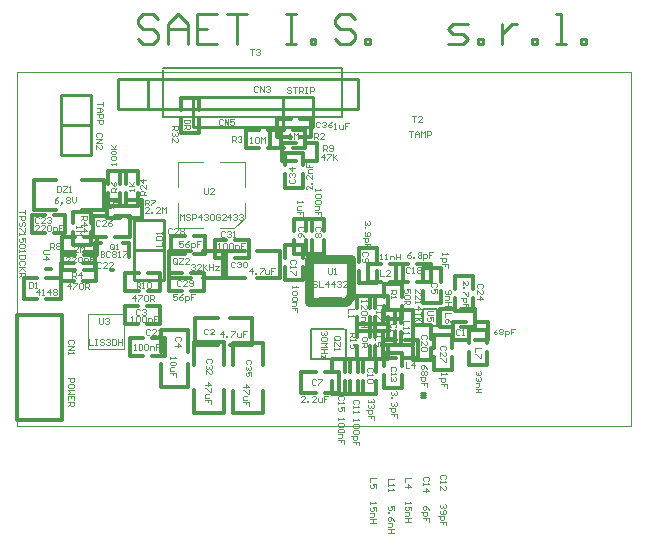
<source format=gto>
*%FSLAX24Y24*%
*%MOIN*%
G01*
%ADD11C,0.0010*%
%ADD12C,0.0020*%
%ADD13C,0.0039*%
%ADD14C,0.0073*%
%ADD15C,0.0079*%
%ADD16C,0.0100*%
%ADD17O,0.0110X0.0394*%
%ADD18C,0.0118*%
%ADD19C,0.0120*%
%ADD20O,0.0150X0.0434*%
%ADD21C,0.0197*%
%ADD22C,0.0295*%
%ADD23C,0.0295*%
%ADD24C,0.0300*%
%ADD25C,0.0340*%
%ADD26C,0.0350*%
%ADD27C,0.0354*%
%ADD28C,0.0394*%
%ADD29O,0.0394X0.0110*%
%ADD30C,0.0394*%
%ADD31C,0.0394*%
%ADD32C,0.0400*%
%ADD33O,0.0434X0.0150*%
%ADD34C,0.0440*%
%ADD35C,0.0472*%
%ADD36C,0.0500*%
%ADD37C,0.0540*%
%ADD38C,0.0554*%
%ADD39C,0.0591*%
%ADD40C,0.0594*%
%ADD41C,0.0594*%
%ADD42C,0.0600*%
%ADD43C,0.0631*%
%ADD44C,0.0672*%
%ADD45C,0.1000*%
%ADD46C,0.1040*%
%ADD47C,0.1063*%
%ADD48C,0.1263*%
%ADD49R,0.0020X0.0020*%
%ADD50R,0.0059X0.0059*%
%ADD51R,0.0098X0.0315*%
%ADD52R,0.0100X0.0100*%
%ADD53R,0.0110X0.0299*%
%ADD54R,0.0138X0.0500*%
%ADD55R,0.0138X0.0355*%
%ADD56R,0.0150X0.0339*%
%ADD57R,0.0157X0.0079*%
%ADD58R,0.0178X0.0540*%
%ADD59R,0.0197X0.0119*%
%ADD60R,0.0200X0.0200*%
%ADD61R,0.0200X0.0250*%
%ADD62R,0.0200X0.0287*%
%ADD63R,0.0240X0.0290*%
%ADD64R,0.0240X0.0327*%
%ADD65R,0.0250X0.0200*%
%ADD66R,0.0287X0.0200*%
%ADD67R,0.0290X0.0240*%
%ADD68R,0.0299X0.0110*%
%ADD69R,0.0300X0.0300*%
%ADD70R,0.0300X0.0300*%
%ADD71R,0.0315X0.0098*%
%ADD72R,0.0327X0.0240*%
%ADD73R,0.0339X0.0150*%
%ADD74R,0.0340X0.0340*%
%ADD75R,0.0355X0.0138*%
%ADD76R,0.0360X0.0360*%
%ADD77R,0.0360X0.0500*%
%ADD78R,0.0400X0.0400*%
%ADD79R,0.0400X0.0400*%
%ADD80R,0.0400X0.0540*%
%ADD81R,0.0472X0.0433*%
%ADD82R,0.0500X0.0500*%
%ADD83R,0.0500X0.0500*%
%ADD84R,0.0500X0.0600*%
%ADD85R,0.0512X0.0473*%
%ADD86R,0.0540X0.0540*%
%ADD87R,0.0540X0.0640*%
%ADD88R,0.0591X0.0591*%
%ADD89R,0.0600X0.0500*%
%ADD90R,0.0600X0.0600*%
%ADD91R,0.0600X0.0600*%
%ADD92R,0.0631X0.0631*%
%ADD93R,0.0640X0.0540*%
%ADD94R,0.0640X0.0640*%
%ADD95R,0.0700X0.0700*%
%ADD96R,0.0787X0.0472*%
%ADD97R,0.0800X0.0800*%
%ADD98R,0.0827X0.0512*%
%ADD99R,0.0900X0.0900*%
%ADD100R,0.1000X0.1000*%
%ADD101R,0.1000X0.1000*%
%ADD102R,0.1024X0.1024*%
%ADD103R,0.1040X0.1040*%
%ADD104R,0.1100X0.1100*%
%ADD105R,0.1200X0.1200*%
%ADD106R,0.1339X0.1358*%
%ADD107R,0.1400X0.1400*%
%ADD108R,0.1500X0.1500*%
%ADD109R,0.1800X0.1800*%
%ADD110R,0.2200X0.2200*%
%ADD111R,0.2300X0.2300*%
G54D11*
X93334Y78602D02*
X93275Y78661D01*
X92153D02*
Y77480D01*
X93334D02*
Y78602D01*
Y77480D02*
X92153D01*
Y78661D02*
X93177D01*
X93157Y78661D02*
X93275D01*
X89781Y74911D02*
X110263D01*
Y86722D01*
X89781D01*
Y74911D01*
X110253D02*
Y86722D01*
X102133D01*
G54D12*
X90522Y81417D02*
X90391D01*
X90522Y81548D01*
Y81581D01*
X90490Y81614D01*
X90424D01*
X90391Y81581D01*
X90588Y81417D02*
X90719D01*
X90588D02*
X90719Y81548D01*
Y81581D01*
X90686Y81614D01*
X90621D01*
X90588Y81581D01*
X90785D02*
X90817Y81614D01*
X90883D01*
X90916Y81581D01*
Y81450D01*
X90883Y81417D01*
X90817D01*
X90785Y81450D01*
Y81581D01*
X90981Y81548D02*
Y81417D01*
Y81548D02*
X91080D01*
X91113Y81515D01*
Y81417D01*
X91178Y81614D02*
X91309D01*
X91178D02*
Y81515D01*
X91244D01*
X91178D01*
Y81417D01*
X90512Y81847D02*
X90480Y81880D01*
X90414D01*
X90381Y81847D01*
Y81716D01*
X90414Y81683D01*
X90480D01*
X90512Y81716D01*
X90578Y81683D02*
X90709D01*
X90578D02*
X90709Y81814D01*
Y81847D01*
X90676Y81880D01*
X90611D01*
X90578Y81847D01*
X90775D02*
X90808Y81880D01*
X90873D01*
X90906Y81847D01*
Y81814D01*
X90907D01*
X90906D02*
X90907D01*
X90906D02*
X90907D01*
X90906D02*
X90873Y81781D01*
X90840D01*
X90873D01*
X90906Y81748D01*
Y81716D01*
X90873Y81683D01*
X90808D01*
X90775Y81716D01*
X95224Y81791D02*
Y81988D01*
X95289Y81922D01*
X95355Y81988D01*
Y81791D01*
X95519Y81988D02*
X95552Y81955D01*
X95519Y81988D02*
X95453D01*
X95421Y81955D01*
Y81922D01*
X95453Y81889D01*
X95519D01*
X95552Y81857D01*
Y81824D01*
X95519Y81791D01*
X95453D01*
X95421Y81824D01*
X95617Y81791D02*
Y81988D01*
X95716D01*
X95749Y81955D01*
Y81889D01*
X95716Y81857D01*
X95617D01*
X95913Y81791D02*
Y81988D01*
X95814Y81889D01*
X95945D01*
X96011Y81955D02*
X96044Y81988D01*
X96109D01*
X96142Y81955D01*
Y81922D01*
X96143D01*
X96142D02*
X96143D01*
X96142D02*
X96143D01*
X96142D02*
X96109Y81889D01*
X96077D01*
X96109D01*
X96142Y81857D01*
Y81824D01*
X96109Y81791D01*
X96044D01*
X96011Y81824D01*
X96208Y81955D02*
X96241Y81988D01*
X96306D01*
X96339Y81955D01*
Y81824D01*
X96306Y81791D01*
X96241D01*
X96208Y81824D01*
Y81955D01*
X96503Y81988D02*
X96536Y81955D01*
X96503Y81988D02*
X96437D01*
X96405Y81955D01*
Y81824D01*
X96437Y81791D01*
X96503D01*
X96536Y81824D01*
Y81889D01*
X96470D01*
X96601Y81791D02*
X96732D01*
X96601D02*
X96732Y81922D01*
Y81955D01*
X96700Y81988D01*
X96634D01*
X96601Y81955D01*
X96896Y81988D02*
Y81791D01*
X96798Y81889D02*
X96896Y81988D01*
X96929Y81889D02*
X96798D01*
X96995Y81955D02*
X97028Y81988D01*
X97093D01*
X97126Y81955D01*
Y81922D01*
X97127D01*
X97126D02*
X97127D01*
X97126D02*
X97127D01*
X97126D02*
X97093Y81889D01*
X97060D01*
X97093D01*
X97126Y81857D01*
Y81824D01*
X97093Y81791D01*
X97028D01*
X96995Y81824D01*
X97192Y81955D02*
X97224Y81988D01*
X97290D01*
X97323Y81955D01*
Y81922D01*
X97324D01*
X97323D02*
X97324D01*
X97323D02*
X97324D01*
X97323D02*
X97290Y81889D01*
X97257D01*
X97290D01*
X97323Y81857D01*
Y81824D01*
X97290Y81791D01*
X97224D01*
X97192Y81824D01*
X96031Y82680D02*
Y82844D01*
Y82680D02*
X96064Y82647D01*
X96129D01*
X96162Y82680D01*
Y82844D01*
X96228Y82647D02*
X96359D01*
X96228D02*
X96359Y82779D01*
Y82811D01*
X96326Y82844D01*
X96260D01*
X96228Y82811D01*
X97554Y87467D02*
X97685D01*
X97620D01*
Y87270D01*
X97751Y87434D02*
X97784Y87467D01*
X97849D01*
X97882Y87434D01*
Y87401D01*
X97883D01*
X97882D02*
X97883D01*
X97882D02*
X97883D01*
X97882D02*
X97849Y87368D01*
X97817D01*
X97849D01*
X97882Y87335D01*
Y87303D01*
X97849Y87270D01*
X97784D01*
X97751Y87303D01*
X102852Y84754D02*
X102983D01*
X102917D01*
Y84557D01*
X103049D02*
Y84688D01*
X103114Y84754D01*
X103180Y84688D01*
Y84557D01*
Y84655D01*
X103049D01*
X103245Y84557D02*
Y84754D01*
X103311Y84688D01*
X103376Y84754D01*
Y84557D01*
X103442D02*
Y84754D01*
X103540D01*
X103573Y84721D01*
Y84655D01*
X103540Y84622D01*
X103442D01*
X103091Y85246D02*
X102960D01*
X103026D02*
X103091D01*
X103026D02*
Y85049D01*
X103157D02*
X103288D01*
X103157D02*
X103288Y85180D01*
Y85213D01*
X103255Y85246D01*
X103190D01*
X103157Y85213D01*
X103915Y76683D02*
Y76617D01*
Y76650D01*
X104112D01*
X104113D01*
X104112D02*
X104079Y76683D01*
X104046Y76519D02*
X103849D01*
X104046D02*
Y76420D01*
X104013Y76388D01*
X103948D01*
X103915Y76420D01*
Y76519D01*
X104112Y76322D02*
Y76191D01*
Y76322D02*
X104013D01*
Y76256D01*
Y76322D01*
X103915D01*
X104059Y77437D02*
X104092Y77470D01*
Y77536D01*
X104059Y77569D01*
X103928D01*
X103895Y77536D01*
Y77470D01*
X103928Y77437D01*
X103895Y77372D02*
Y77241D01*
Y77372D02*
X104026Y77241D01*
X104059D01*
X104092Y77273D01*
Y77339D01*
X104059Y77372D01*
X104092Y77175D02*
Y77044D01*
X104059D01*
X103928Y77175D01*
X103895D01*
X105230Y76752D02*
X105263Y76719D01*
Y76653D01*
X105230Y76621D01*
X105197D01*
X105198D01*
X105197D02*
X105198D01*
X105197D02*
X105198D01*
X105197D02*
X105165Y76653D01*
Y76686D01*
Y76653D01*
X105132Y76621D01*
X105099D01*
X105066Y76653D01*
Y76719D01*
X105099Y76752D01*
X105230Y76555D02*
X105263Y76522D01*
Y76457D01*
X105230Y76424D01*
X105197D01*
X105198D01*
X105197D02*
X105198D01*
X105197D02*
X105198D01*
X105197D02*
X105165Y76457D01*
Y76489D01*
Y76457D01*
X105132Y76424D01*
X105099D01*
X105066Y76457D01*
Y76522D01*
X105099Y76555D01*
X105066Y76358D02*
X105197D01*
Y76260D01*
X105165Y76227D01*
X105066D01*
Y76161D02*
X105263D01*
X105165D02*
X105066D01*
X105165D02*
Y76030D01*
X105263D01*
X105066D01*
X105056Y77500D02*
X105253D01*
X105056D02*
Y77369D01*
X105253Y77303D02*
Y77172D01*
X105220D01*
X105089Y77303D01*
X105056D01*
X105732Y78126D02*
X105798Y78159D01*
X105732Y78126D02*
X105667Y78061D01*
Y77995D01*
X105699Y77962D01*
X105765D01*
X105798Y77995D01*
Y78028D01*
X105765Y78061D01*
X105667D01*
X105863Y78126D02*
X105896Y78159D01*
X105962D01*
X105995Y78126D01*
Y78094D01*
X105962Y78061D01*
X105995Y78028D01*
Y77995D01*
X105962Y77962D01*
X105896D01*
X105863Y77995D01*
Y78028D01*
X105896Y78061D01*
X105863Y78094D01*
Y78126D01*
X105896Y78061D02*
X105962D01*
X106060Y78094D02*
Y77897D01*
Y78094D02*
X106159D01*
X106191Y78061D01*
Y77995D01*
X106159Y77962D01*
X106060D01*
X106257Y78159D02*
X106388D01*
X106257D02*
Y78061D01*
X106323D01*
X106257D01*
Y77962D01*
X104548Y78097D02*
X104515Y78130D01*
X104449D01*
X104417Y78097D01*
Y77966D01*
X104449Y77933D01*
X104515D01*
X104548Y77966D01*
X104613Y77933D02*
X104679D01*
X104646D01*
Y78130D01*
X104647D01*
X104646D02*
X104613Y78097D01*
X104053Y79396D02*
X104085Y79429D01*
X104053Y79396D02*
Y79331D01*
X104085Y79298D01*
X104217D01*
X104249Y79331D01*
Y79396D01*
X104217Y79429D01*
X104184D01*
X104151Y79396D01*
Y79298D01*
X104184Y79232D02*
X104053D01*
X104184D02*
Y79134D01*
X104151Y79101D01*
X104053D01*
Y79035D02*
X104249D01*
X104151D02*
X104053D01*
X104151D02*
Y78904D01*
X104249D01*
X104053D01*
Y78671D02*
X104249D01*
X104053D02*
Y78540D01*
X104217Y78409D02*
X104249Y78343D01*
X104217Y78409D02*
X104151Y78474D01*
X104085D01*
X104053Y78441D01*
Y78376D01*
X104085Y78343D01*
X104118D01*
X104151Y78376D01*
Y78474D01*
X104633Y79603D02*
Y79734D01*
X104764Y79603D01*
X104797D01*
X104830Y79636D01*
Y79701D01*
X104797Y79734D01*
X104666Y79537D02*
X104633D01*
X104666D02*
Y79504D01*
X104633D01*
Y79537D01*
X104830Y79373D02*
Y79242D01*
X104797D01*
X104666Y79373D01*
X104633D01*
X104568Y79176D02*
X104764D01*
Y79078D01*
X104732Y79045D01*
X104666D01*
X104633Y79078D01*
Y79176D01*
X104830Y78980D02*
Y78848D01*
Y78980D02*
X104732D01*
Y78914D01*
Y78980D01*
X104633D01*
X105289Y79504D02*
X105322Y79537D01*
Y79603D01*
X105289Y79636D01*
X105158D01*
X105125Y79603D01*
Y79537D01*
X105158Y79504D01*
X105125Y79439D02*
Y79308D01*
Y79439D02*
X105257Y79308D01*
X105289D01*
X105322Y79340D01*
Y79406D01*
X105289Y79439D01*
X105322Y79144D02*
X105125D01*
X105224Y79242D02*
X105322Y79144D01*
X105224Y79111D02*
Y79242D01*
X103964Y80603D02*
Y80669D01*
Y80636D02*
Y80603D01*
Y80636D02*
X104161D01*
X104162D01*
X104161D02*
X104128Y80669D01*
X104095Y80505D02*
X103898D01*
X104095D02*
Y80407D01*
X104062Y80374D01*
X103997D01*
X103964Y80407D01*
Y80505D01*
X104161Y80308D02*
Y80177D01*
Y80308D02*
X104062D01*
Y80243D01*
Y80308D01*
X103964D01*
X103931Y80111D02*
Y79980D01*
X103767Y79577D02*
X103734Y79544D01*
X103767Y79577D02*
Y79642D01*
X103734Y79675D01*
X103603D01*
X103570Y79642D01*
Y79577D01*
X103603Y79544D01*
X103767Y79478D02*
Y79347D01*
Y79478D02*
X103669D01*
X103701Y79413D01*
Y79380D01*
X103669Y79347D01*
X103603D01*
X103570Y79380D01*
Y79445D01*
X103603Y79478D01*
X102904Y80708D02*
X102839Y80676D01*
X102773Y80610D01*
Y80544D01*
X102806Y80512D01*
X102871D01*
X102904Y80544D01*
Y80577D01*
X102871Y80610D01*
X102773D01*
X102970Y80544D02*
Y80512D01*
Y80544D02*
X103003D01*
Y80512D01*
X102970D01*
X103134Y80676D02*
X103167Y80708D01*
X103232D01*
X103265Y80676D01*
Y80643D01*
X103232Y80610D01*
X103265Y80577D01*
Y80544D01*
X103232Y80512D01*
X103167D01*
X103134Y80544D01*
Y80577D01*
X103167Y80610D01*
X103134Y80643D01*
Y80676D01*
X103167Y80610D02*
X103232D01*
X103331Y80643D02*
Y80446D01*
Y80643D02*
X103429D01*
X103462Y80610D01*
Y80544D01*
X103429Y80512D01*
X103331D01*
X103527Y80708D02*
X103659D01*
X103527D02*
Y80610D01*
X103593D01*
X103527D01*
Y80512D01*
X102875Y80174D02*
X102842Y80206D01*
X102776D01*
X102743Y80174D01*
Y80042D01*
X102776Y80010D01*
X102842D01*
X102875Y80042D01*
X102940Y80010D02*
X103006D01*
X102973D01*
Y80206D01*
X102974D01*
X102973D02*
X102940Y80174D01*
X103104D02*
X103137Y80206D01*
X103203D01*
X103235Y80174D01*
Y80141D01*
X103203Y80108D01*
X103235Y80075D01*
Y80042D01*
X103203Y80010D01*
X103137D01*
X103104Y80042D01*
Y80075D01*
X103137Y80108D01*
X103104Y80141D01*
Y80174D01*
X103137Y80108D02*
X103203D01*
X101953Y80462D02*
X101887D01*
X101920D02*
X101953D01*
X101920D02*
Y80659D01*
X101921D01*
X101920D02*
X101887Y80626D01*
X102051Y80462D02*
X102117D01*
X102084D01*
Y80659D01*
X102085D01*
X102084D02*
X102051Y80626D01*
X102215Y80594D02*
Y80462D01*
Y80594D02*
X102314D01*
X102346Y80561D01*
Y80462D01*
X102412D02*
Y80659D01*
Y80561D02*
Y80462D01*
Y80561D02*
X102543D01*
Y80659D01*
Y80462D01*
X101877Y80108D02*
Y79911D01*
X102009D01*
X102074D02*
X102205D01*
X102074D02*
X102205Y80042D01*
Y80075D01*
X102172Y80108D01*
X102107D01*
X102074Y80075D01*
X101562Y81709D02*
X101530Y81742D01*
X101562Y81709D02*
Y81644D01*
X101530Y81611D01*
X101497D01*
X101498D01*
X101497D02*
X101498D01*
X101497D02*
X101498D01*
X101497D02*
X101464Y81644D01*
Y81676D01*
Y81644D01*
X101431Y81611D01*
X101398D01*
X101366Y81644D01*
Y81709D01*
X101398Y81742D01*
Y81545D02*
X101366D01*
X101398D02*
Y81512D01*
X101366D01*
Y81545D01*
X101398Y81381D02*
X101366Y81348D01*
Y81283D01*
X101398Y81250D01*
X101530D01*
X101562Y81283D01*
Y81348D01*
X101530Y81381D01*
X101497D01*
X101464Y81348D01*
Y81250D01*
X101497Y81184D02*
X101300D01*
X101497D02*
Y81086D01*
X101464Y81053D01*
X101398D01*
X101366Y81086D01*
Y81184D01*
X101562Y80988D02*
Y80856D01*
Y80988D02*
X101464D01*
Y80922D01*
Y80988D01*
X101366D01*
X101493Y80610D02*
X101461Y80577D01*
X101493Y80610D02*
Y80676D01*
X101461Y80708D01*
X101329D01*
X101297Y80676D01*
Y80610D01*
X101329Y80577D01*
Y80512D02*
X101297Y80479D01*
Y80413D01*
X101329Y80380D01*
X101461D01*
X101493Y80413D01*
Y80479D01*
X101461Y80512D01*
X101428D01*
X101395Y80479D01*
Y80380D01*
X99794Y79721D02*
X99761Y79754D01*
X99696D01*
X99663Y79721D01*
Y79688D01*
X99696Y79655D01*
X99761D01*
X99794Y79622D01*
Y79590D01*
X99761Y79557D01*
X99696D01*
X99663Y79590D01*
X99860Y79557D02*
Y79754D01*
Y79557D02*
X99991D01*
X100155D02*
Y79754D01*
X100056Y79655D01*
X100188D01*
X100352Y79557D02*
Y79754D01*
X100253Y79655D01*
X100384D01*
X100450Y79721D02*
X100483Y79754D01*
X100548D01*
X100581Y79721D01*
Y79688D01*
X100582D01*
X100581D02*
X100582D01*
X100581D02*
X100582D01*
X100581D02*
X100548Y79655D01*
X100515D01*
X100548D01*
X100581Y79622D01*
Y79590D01*
X100548Y79557D01*
X100483D01*
X100450Y79590D01*
X100647Y79557D02*
X100778D01*
X100647D02*
X100778Y79688D01*
Y79721D01*
X100745Y79754D01*
X100679D01*
X100647Y79721D01*
X100145Y80003D02*
Y80167D01*
Y80003D02*
X100178Y79970D01*
X100243D01*
X100276Y80003D01*
Y80167D01*
X100342Y79970D02*
X100407D01*
X100375D01*
Y80167D01*
X100376D01*
X100375D02*
X100342Y80134D01*
X101257Y79114D02*
Y79048D01*
Y79081D01*
X101454D01*
X101455D01*
X101454D02*
X101421Y79114D01*
X101257Y78950D02*
Y78819D01*
Y78950D02*
X101388Y78819D01*
X101421D01*
X101454Y78852D01*
Y78917D01*
X101421Y78950D01*
Y78753D02*
X101454Y78720D01*
Y78655D01*
X101421Y78622D01*
X101290D01*
X101257Y78655D01*
Y78720D01*
X101290Y78753D01*
X101421D01*
X101388Y78556D02*
X101257D01*
X101388D02*
Y78458D01*
X101356Y78425D01*
X101257D01*
Y78360D02*
X101454D01*
X101356D02*
X101257D01*
X101356D02*
Y78228D01*
X101454D01*
X101257D01*
X101021Y78809D02*
X100824D01*
Y78678D01*
Y78612D02*
Y78546D01*
Y78579D01*
X101021D01*
X101022D01*
X101021D02*
X100988Y78612D01*
X104082Y73169D02*
X104049Y73136D01*
X104082Y73169D02*
Y73235D01*
X104049Y73267D01*
X103918D01*
X103885Y73235D01*
Y73169D01*
X103918Y73136D01*
X103885Y73071D02*
Y73005D01*
Y73038D01*
X104082D01*
X104083D01*
X104082D02*
X104049Y73071D01*
X103885Y72907D02*
Y72776D01*
Y72907D02*
X104016Y72776D01*
X104049D01*
X104082Y72808D01*
Y72874D01*
X104049Y72907D01*
Y72316D02*
X104082Y72284D01*
Y72218D01*
X104049Y72185D01*
X104016D01*
X104017D01*
X104016D02*
X104017D01*
X104016D02*
X104017D01*
X104016D02*
X103984Y72218D01*
Y72251D01*
Y72218D01*
X103951Y72185D01*
X103918D01*
X103885Y72218D01*
Y72284D01*
X103918Y72316D01*
Y72120D02*
X103885Y72087D01*
Y72021D01*
X103918Y71988D01*
X104049D01*
X104082Y72021D01*
Y72087D01*
X104049Y72120D01*
X104016D01*
X103984Y72087D01*
Y71988D01*
X104016Y71923D02*
X103820D01*
X104016D02*
Y71824D01*
X103984Y71792D01*
X103918D01*
X103885Y71824D01*
Y71923D01*
X104082Y71726D02*
Y71595D01*
Y71726D02*
X103984D01*
Y71660D01*
Y71726D01*
X103885D01*
X101904Y78825D02*
X101936Y78858D01*
Y78924D01*
X101904Y78956D01*
X101772D01*
X101740Y78924D01*
Y78858D01*
X101772Y78825D01*
X101740Y78760D02*
Y78694D01*
Y78727D01*
X101936D01*
X101937D01*
X101936D02*
X101904Y78760D01*
X101740Y78596D02*
Y78464D01*
Y78596D02*
X101871Y78464D01*
X101904D01*
X101936Y78497D01*
Y78563D01*
X101904Y78596D01*
X102871Y79357D02*
Y79488D01*
X102773D01*
X102806Y79422D01*
Y79390D01*
X102773Y79357D01*
X102707D01*
X102675Y79390D01*
Y79455D01*
X102707Y79488D01*
X102839Y79291D02*
X102871Y79258D01*
Y79193D01*
X102839Y79160D01*
X102707D01*
X102675Y79193D01*
Y79258D01*
X102707Y79291D01*
X102839D01*
X102871Y79094D02*
X102675D01*
X102871D02*
Y78996D01*
X102839Y78963D01*
X102773D01*
X102740Y78996D01*
Y79094D01*
Y79029D02*
X102675Y78963D01*
X102428Y79439D02*
X102232D01*
X102428D02*
Y79340D01*
X102396Y79308D01*
X102330D01*
X102297Y79340D01*
Y79439D01*
Y79373D02*
X102232Y79308D01*
Y79242D02*
Y79176D01*
Y79209D01*
X102428D01*
X102429D01*
X102428D02*
X102396Y79242D01*
X103058Y79347D02*
Y79478D01*
X103190Y79347D01*
X103222D01*
X103255Y79380D01*
Y79445D01*
X103222Y79478D01*
X103058Y79281D02*
Y79150D01*
Y79281D02*
X103190Y79150D01*
X103222D01*
X103255Y79183D01*
Y79249D01*
X103222Y79281D01*
X103058Y79085D02*
Y79019D01*
Y79052D01*
X103255D01*
X103256D01*
X103255D02*
X103222Y79085D01*
X103255Y78822D02*
X103058D01*
X103157Y78921D02*
X103255Y78822D01*
X103157Y78789D02*
Y78921D01*
X103255Y78724D02*
Y78593D01*
Y78658D01*
X103058D01*
Y78527D02*
X103255D01*
X103124D02*
X103058D01*
X103124D02*
X103255Y78396D01*
X103157Y78494D01*
X103058Y78396D01*
X103485Y78730D02*
X103649D01*
X103485D02*
X103452Y78697D01*
Y78632D01*
X103485Y78599D01*
X103649D01*
Y78533D02*
Y78402D01*
Y78533D02*
X103551D01*
X103583Y78468D01*
Y78435D01*
X103551Y78402D01*
X103485D01*
X103452Y78435D01*
Y78500D01*
X103485Y78533D01*
X103429Y76883D02*
X103462Y76817D01*
X103429Y76883D02*
X103364Y76949D01*
X103298D01*
X103265Y76916D01*
Y76850D01*
X103298Y76817D01*
X103331D01*
X103364Y76850D01*
Y76949D01*
X103429Y76752D02*
X103462Y76719D01*
Y76653D01*
X103429Y76621D01*
X103396D01*
X103364Y76653D01*
X103331Y76621D01*
X103298D01*
X103265Y76653D01*
Y76719D01*
X103298Y76752D01*
X103331D01*
X103364Y76719D01*
X103396Y76752D01*
X103429D01*
X103364Y76719D02*
Y76653D01*
X103396Y76555D02*
X103200D01*
X103396D02*
Y76457D01*
X103364Y76424D01*
X103298D01*
X103265Y76457D01*
Y76555D01*
X103462Y76358D02*
Y76227D01*
Y76358D02*
X103364D01*
Y76293D01*
Y76358D01*
X103265D01*
X103429Y77821D02*
X103462Y77854D01*
Y77920D01*
X103429Y77953D01*
X103298D01*
X103265Y77920D01*
Y77854D01*
X103298Y77821D01*
X103265Y77756D02*
Y77625D01*
Y77756D02*
X103396Y77625D01*
X103429D01*
X103462Y77657D01*
Y77723D01*
X103429Y77756D01*
Y77559D02*
X103462Y77526D01*
Y77461D01*
X103429Y77428D01*
X103298D01*
X103265Y77461D01*
Y77526D01*
X103298Y77559D01*
X103429D01*
X102350Y73159D02*
X102153D01*
Y73028D01*
Y72962D02*
Y72897D01*
Y72930D01*
X102350D01*
X102351D01*
X102350D02*
X102317Y72962D01*
X102153Y72798D02*
Y72733D01*
Y72766D01*
X102350D01*
X102351D01*
X102350D02*
X102317Y72798D01*
X102350Y72241D02*
Y72110D01*
Y72241D02*
X102251D01*
X102284Y72175D01*
Y72142D01*
X102251Y72110D01*
X102186D01*
X102153Y72142D01*
Y72208D01*
X102186Y72241D01*
Y72044D02*
X102153D01*
X102186D02*
Y72011D01*
X102153D01*
Y72044D01*
X102317Y71815D02*
X102350Y71749D01*
X102317Y71815D02*
X102251Y71880D01*
X102186D01*
X102153Y71847D01*
Y71782D01*
X102186Y71749D01*
X102219D01*
X102251Y71782D01*
Y71880D01*
X102284Y71683D02*
X102153D01*
X102284D02*
Y71585D01*
X102251Y71552D01*
X102153D01*
Y71487D02*
X102350D01*
X102251D02*
X102153D01*
X102251D02*
Y71355D01*
X102350D01*
X102153D01*
X102665Y78415D02*
X102862D01*
X102665D02*
Y78284D01*
Y78218D02*
Y78153D01*
Y78186D01*
X102862D01*
X102863D01*
X102862D02*
X102829Y78218D01*
X102665Y78054D02*
Y77989D01*
Y78022D01*
X102862D01*
X102863D01*
X102862D02*
X102829Y78054D01*
X103501Y73100D02*
X103468Y73067D01*
X103501Y73100D02*
Y73166D01*
X103468Y73199D01*
X103337D01*
X103304Y73166D01*
Y73100D01*
X103337Y73067D01*
X103304Y73002D02*
Y72936D01*
Y72969D01*
X103501D01*
X103502D01*
X103501D02*
X103468Y73002D01*
X103501Y72739D02*
X103304D01*
X103403Y72838D02*
X103501Y72739D01*
X103403Y72707D02*
Y72838D01*
X103468Y72182D02*
X103501Y72116D01*
X103468Y72182D02*
X103403Y72247D01*
X103337D01*
X103304Y72215D01*
Y72149D01*
X103337Y72116D01*
X103370D01*
X103403Y72149D01*
Y72247D01*
X103436Y72051D02*
X103239D01*
X103436D02*
Y71952D01*
X103403Y71919D01*
X103337D01*
X103304Y71952D01*
Y72051D01*
X103501Y71854D02*
Y71723D01*
Y71854D02*
X103403D01*
Y71788D01*
Y71854D01*
X103304D01*
X102366Y78195D02*
X102399Y78228D01*
Y78294D01*
X102366Y78327D01*
X102235D01*
X102202Y78294D01*
Y78228D01*
X102235Y78195D01*
X102202Y78130D02*
Y78064D01*
Y78097D01*
X102399D01*
X102400D01*
X102399D02*
X102366Y78130D01*
X102399Y77867D02*
X102202D01*
X102301Y77966D02*
X102399Y77867D01*
X102301Y77835D02*
Y77966D01*
X102405Y76063D02*
X102438Y76030D01*
Y75964D01*
X102405Y75932D01*
X102373D01*
X102374D01*
X102373D02*
X102374D01*
X102373D02*
X102374D01*
X102373D02*
X102340Y75964D01*
Y75997D01*
Y75964D01*
X102307Y75932D01*
X102274D01*
X102242Y75964D01*
Y76030D01*
X102274Y76063D01*
Y75866D02*
X102242D01*
X102274D02*
Y75833D01*
X102242D01*
Y75866D01*
X102405Y75702D02*
X102438Y75669D01*
Y75604D01*
X102405Y75571D01*
X102373D01*
X102374D01*
X102373D02*
X102374D01*
X102373D02*
X102374D01*
X102373D02*
X102340Y75604D01*
Y75636D01*
Y75604D01*
X102307Y75571D01*
X102274D01*
X102242Y75604D01*
Y75669D01*
X102274Y75702D01*
X102176Y75505D02*
X102373D01*
Y75407D01*
X102340Y75374D01*
X102274D01*
X102242Y75407D01*
Y75505D01*
X102438Y75308D02*
Y75177D01*
Y75308D02*
X102340D01*
Y75243D01*
Y75308D01*
X102242D01*
X102396Y76758D02*
X102428Y76791D01*
Y76857D01*
X102396Y76890D01*
X102264D01*
X102232Y76857D01*
Y76791D01*
X102264Y76758D01*
X102232Y76693D02*
Y76627D01*
Y76660D01*
X102428D01*
X102429D01*
X102428D02*
X102396Y76693D01*
Y76529D02*
X102428Y76496D01*
Y76430D01*
X102396Y76398D01*
X102363D01*
X102364D01*
X102363D02*
X102364D01*
X102363D02*
X102364D01*
X102363D02*
X102330Y76430D01*
Y76463D01*
Y76430D01*
X102297Y76398D01*
X102264D01*
X102232Y76430D01*
Y76496D01*
X102264Y76529D01*
X102724Y73179D02*
X102921D01*
X102724D02*
Y73048D01*
Y72884D02*
X102921D01*
X102822Y72982D01*
Y72851D01*
X102724Y72392D02*
Y72326D01*
Y72359D01*
X102921D01*
X102922D01*
X102921D02*
X102888Y72392D01*
X102921Y72228D02*
Y72097D01*
Y72228D02*
X102822D01*
X102855Y72162D01*
Y72129D01*
X102822Y72097D01*
X102757D01*
X102724Y72129D01*
Y72195D01*
X102757Y72228D01*
X102724Y72031D02*
X102855D01*
Y71933D01*
X102822Y71900D01*
X102724D01*
Y71834D02*
X102921D01*
X102822D02*
X102724D01*
X102822D02*
Y71703D01*
X102921D01*
X102724D01*
X102734Y76860D02*
Y77057D01*
Y76860D02*
X102865D01*
X103029D02*
Y77057D01*
X102930Y76958D01*
X103062D01*
X101749Y73169D02*
X101553D01*
Y73038D01*
X101749Y72972D02*
Y72841D01*
Y72972D02*
X101651D01*
X101684Y72907D01*
Y72874D01*
X101651Y72841D01*
X101585D01*
X101553Y72874D01*
Y72939D01*
X101585Y72972D01*
X101553Y72382D02*
Y72316D01*
Y72349D01*
X101749D01*
X101750D01*
X101749D02*
X101717Y72382D01*
X101749Y72218D02*
Y72087D01*
Y72218D02*
X101651D01*
X101684Y72152D01*
Y72120D01*
X101651Y72087D01*
X101585D01*
X101553Y72120D01*
Y72185D01*
X101585Y72218D01*
X101553Y72021D02*
X101684D01*
Y71923D01*
X101651Y71890D01*
X101553D01*
Y71824D02*
X101749D01*
X101651D02*
X101553D01*
X101651D02*
Y71693D01*
X101749D01*
X101553D01*
X101700Y77913D02*
X101897D01*
X101700D02*
Y77782D01*
X101897Y77716D02*
Y77585D01*
Y77716D02*
X101799D01*
X101831Y77651D01*
Y77618D01*
X101799Y77585D01*
X101733D01*
X101700Y77618D01*
Y77684D01*
X101733Y77716D01*
X101464Y77841D02*
X101431Y77874D01*
X101464Y77841D02*
Y77775D01*
X101431Y77743D01*
X101300D01*
X101267Y77775D01*
Y77841D01*
X101300Y77874D01*
X101431D01*
X101464Y77677D02*
X101267D01*
X101464D02*
Y77579D01*
X101431Y77546D01*
X101365D01*
X101333Y77579D01*
Y77677D01*
Y77611D02*
X101267Y77546D01*
X101070Y78002D02*
X100873D01*
X101070D02*
Y77903D01*
X101037Y77871D01*
X100972D01*
X100939Y77903D01*
Y78002D01*
Y77936D02*
X100873Y77871D01*
Y77805D02*
Y77739D01*
Y77772D01*
X101070D01*
X101071D01*
X101070D02*
X101037Y77805D01*
X101070Y77641D02*
Y77510D01*
Y77641D02*
X100972D01*
X101005Y77575D01*
Y77543D01*
X100972Y77510D01*
X100906D01*
X100873Y77543D01*
Y77608D01*
X100906Y77641D01*
X101657Y75827D02*
X101690Y75794D01*
Y75728D01*
X101657Y75695D01*
X101625D01*
X101626D01*
X101625D02*
X101626D01*
X101625D02*
X101626D01*
X101625D02*
X101592Y75728D01*
Y75761D01*
Y75728D01*
X101559Y75695D01*
X101526D01*
X101493Y75728D01*
Y75794D01*
X101526Y75827D01*
X101657Y75630D02*
X101690Y75597D01*
Y75531D01*
X101657Y75499D01*
X101625D01*
X101626D01*
X101625D02*
X101626D01*
X101625D02*
X101626D01*
X101625D02*
X101592Y75531D01*
Y75564D01*
Y75531D01*
X101559Y75499D01*
X101526D01*
X101493Y75531D01*
Y75597D01*
X101526Y75630D01*
X101428Y75433D02*
X101625D01*
Y75335D01*
X101592Y75302D01*
X101526D01*
X101493Y75335D01*
Y75433D01*
X101690Y75236D02*
Y75105D01*
Y75236D02*
X101592D01*
Y75171D01*
Y75236D01*
X101493D01*
X101618Y76699D02*
X101651Y76732D01*
Y76798D01*
X101618Y76830D01*
X101487D01*
X101454Y76798D01*
Y76732D01*
X101487Y76699D01*
X101454Y76634D02*
Y76568D01*
Y76601D01*
X101651D01*
X101652D01*
X101651D02*
X101618Y76634D01*
Y76470D02*
X101651Y76437D01*
Y76371D01*
X101618Y76339D01*
X101487D01*
X101454Y76371D01*
Y76437D01*
X101487Y76470D01*
X101618D01*
X100982Y75147D02*
Y75082D01*
Y75115D01*
X101178D01*
X101179D01*
X101178D02*
X101146Y75147D01*
Y74983D02*
X101178Y74951D01*
Y74885D01*
X101146Y74852D01*
X101014D01*
X100982Y74885D01*
Y74951D01*
X101014Y74983D01*
X101146D01*
Y74787D02*
X101178Y74754D01*
Y74688D01*
X101146Y74655D01*
X101014D01*
X100982Y74688D01*
Y74754D01*
X101014Y74787D01*
X101146D01*
X101113Y74590D02*
X100916D01*
X101113D02*
Y74491D01*
X101080Y74459D01*
X101014D01*
X100982Y74491D01*
Y74590D01*
X101178Y74393D02*
Y74262D01*
Y74393D02*
X101080D01*
Y74327D01*
Y74393D01*
X100982D01*
X101155Y75656D02*
X101188Y75689D01*
Y75754D01*
X101155Y75787D01*
X101024D01*
X100992Y75754D01*
Y75689D01*
X101024Y75656D01*
X100992Y75590D02*
Y75525D01*
Y75558D01*
X101188D01*
X101189D01*
X101188D02*
X101155Y75590D01*
X100992Y75426D02*
Y75361D01*
Y75394D01*
X101188D01*
X101189D01*
X101188D02*
X101155Y75426D01*
X100480Y75187D02*
Y75121D01*
Y75154D01*
X100676D01*
X100677D01*
X100676D02*
X100644Y75187D01*
Y75023D02*
X100676Y74990D01*
Y74924D01*
X100644Y74892D01*
X100512D01*
X100480Y74924D01*
Y74990D01*
X100512Y75023D01*
X100644D01*
Y74826D02*
X100676Y74793D01*
Y74728D01*
X100644Y74695D01*
X100512D01*
X100480Y74728D01*
Y74793D01*
X100512Y74826D01*
X100644D01*
X100611Y74629D02*
X100480D01*
X100611D02*
Y74531D01*
X100578Y74498D01*
X100480D01*
X100676Y74432D02*
Y74301D01*
Y74432D02*
X100578D01*
Y74367D01*
Y74432D01*
X100480D01*
X100644Y75764D02*
X100676Y75797D01*
Y75863D01*
X100644Y75895D01*
X100512D01*
X100480Y75863D01*
Y75797D01*
X100512Y75764D01*
X100480Y75699D02*
Y75633D01*
Y75666D01*
X100676D01*
X100677D01*
X100676D02*
X100644Y75699D01*
X100676Y75535D02*
Y75403D01*
Y75535D02*
X100578D01*
X100611Y75469D01*
Y75436D01*
X100578Y75403D01*
X100512D01*
X100480Y75436D01*
Y75502D01*
X100512Y75535D01*
X99390Y75708D02*
X99259D01*
X99390Y75840D01*
Y75872D01*
X99358Y75905D01*
X99292D01*
X99259Y75872D01*
X99456Y75741D02*
Y75708D01*
Y75741D02*
X99489D01*
Y75708D01*
X99456D01*
X99620D02*
X99751D01*
X99620D02*
X99751Y75840D01*
Y75872D01*
X99718Y75905D01*
X99653D01*
X99620Y75872D01*
X99817Y75840D02*
Y75741D01*
X99850Y75708D01*
X99948D01*
Y75840D01*
X100014Y75905D02*
X100145D01*
X100014D02*
Y75807D01*
X100079D01*
X100014D01*
Y75708D01*
X99755Y76433D02*
X99722Y76466D01*
X99656D01*
X99623Y76433D01*
Y76302D01*
X99656Y76269D01*
X99722D01*
X99755Y76302D01*
X99820Y76466D02*
X99951D01*
Y76433D01*
X99820Y76302D01*
Y76269D01*
X100125Y78048D02*
X100092Y78080D01*
X100125Y78048D02*
Y77982D01*
X100092Y77949D01*
X100060D01*
X100061D01*
X100060D02*
X100061D01*
X100060D02*
X100061D01*
X100060D02*
X100027Y77982D01*
Y78015D01*
Y77982D01*
X99994Y77949D01*
X99961D01*
X99929Y77982D01*
Y78048D01*
X99961Y78080D01*
X100092Y77884D02*
X100125Y77851D01*
Y77785D01*
X100092Y77752D01*
X99961D01*
X99929Y77785D01*
Y77851D01*
X99961Y77884D01*
X100092D01*
X100125Y77687D02*
X99929D01*
X100060Y77621D02*
X100125Y77687D01*
X100060Y77621D02*
X100125Y77556D01*
X99929D01*
Y77490D02*
X100125D01*
X100027D02*
X99929D01*
X100027D02*
Y77359D01*
X100125D01*
X99929D01*
X100060Y77293D02*
Y77162D01*
X99929Y77293D01*
Y77162D01*
X100375Y77772D02*
X100506D01*
X100539Y77805D01*
Y77871D01*
X100506Y77903D01*
X100375D01*
X100342Y77871D01*
Y77805D01*
Y77772D02*
X100407Y77838D01*
X100342Y77805D02*
X100375Y77772D01*
X100539Y77707D02*
Y77575D01*
X100506D01*
X100375Y77707D01*
X100342D01*
Y77575D01*
Y77510D02*
Y77444D01*
Y77477D01*
X100539D01*
X100540D01*
X100539D02*
X100506Y77510D01*
X96651Y77874D02*
Y78071D01*
X96553Y77972D01*
X96684D01*
X96749Y77907D02*
Y77874D01*
Y77907D02*
X96782D01*
Y77874D01*
X96749D01*
X96913Y78071D02*
X97044D01*
Y78038D01*
X96913Y77907D01*
Y77874D01*
X97110Y77907D02*
Y78005D01*
Y77907D02*
X97143Y77874D01*
X97241D01*
Y78005D01*
X97307Y78071D02*
X97438D01*
X97307D02*
Y77972D01*
X97372D01*
X97307D01*
Y77874D01*
X96142Y78126D02*
X96110Y78159D01*
X96044D01*
X96011Y78126D01*
Y77995D01*
X96044Y77962D01*
X96110D01*
X96142Y77995D01*
X96208Y77962D02*
X96339D01*
X96208D02*
X96339Y78094D01*
Y78126D01*
X96306Y78159D01*
X96241D01*
X96208Y78126D01*
X97330Y76210D02*
X97527D01*
X97428Y76309D01*
Y76178D01*
X97527Y76112D02*
Y75981D01*
X97494D01*
X97363Y76112D01*
X97330D01*
X97363Y75915D02*
X97461D01*
X97363D02*
X97330Y75882D01*
Y75784D01*
X97461D01*
X97527Y75718D02*
Y75587D01*
Y75718D02*
X97428D01*
Y75653D01*
Y75718D01*
X97330D01*
X97563Y76985D02*
X97596Y77018D01*
Y77083D01*
X97563Y77116D01*
X97432D01*
X97399Y77083D01*
Y77018D01*
X97432Y76985D01*
X97563Y76919D02*
X97596Y76886D01*
Y76821D01*
X97563Y76788D01*
X97530D01*
X97531D01*
X97530D02*
X97531D01*
X97530D02*
X97531D01*
X97530D02*
X97497Y76821D01*
Y76854D01*
Y76821D01*
X97465Y76788D01*
X97432D01*
X97399Y76821D01*
Y76886D01*
X97432Y76919D01*
X97596Y76722D02*
Y76591D01*
Y76722D02*
X97497D01*
X97530Y76657D01*
Y76624D01*
X97497Y76591D01*
X97432D01*
X97399Y76624D01*
Y76690D01*
X97432Y76722D01*
X96237Y76279D02*
X96041D01*
X96139Y76378D02*
X96237Y76279D01*
X96139Y76247D02*
Y76378D01*
X96237Y76181D02*
Y76050D01*
X96205D01*
X96074Y76181D01*
X96041D01*
X96074Y75984D02*
X96172D01*
X96074D02*
X96041Y75951D01*
Y75853D01*
X96172D01*
X96237Y75787D02*
Y75656D01*
Y75787D02*
X96139D01*
Y75722D01*
Y75787D01*
X96041D01*
X96244Y77024D02*
X96277Y77057D01*
Y77122D01*
X96244Y77155D01*
X96113D01*
X96080Y77122D01*
Y77057D01*
X96113Y77024D01*
X96244Y76958D02*
X96277Y76926D01*
Y76860D01*
X96244Y76827D01*
X96211D01*
X96212D01*
X96211D02*
X96212D01*
X96211D02*
X96212D01*
X96211D02*
X96178Y76860D01*
Y76893D01*
Y76860D01*
X96146Y76827D01*
X96113D01*
X96080Y76860D01*
Y76926D01*
X96113Y76958D01*
X96080Y76762D02*
Y76631D01*
Y76762D02*
X96211Y76631D01*
X96244D01*
X96277Y76663D01*
Y76729D01*
X96244Y76762D01*
X94869Y77159D02*
Y77224D01*
Y77191D02*
Y77159D01*
Y77191D02*
X95066D01*
X95067D01*
X95066D02*
X95033Y77224D01*
Y77060D02*
X95066Y77027D01*
Y76962D01*
X95033Y76929D01*
X94902D01*
X94869Y76962D01*
Y77027D01*
X94902Y77060D01*
X95033D01*
X95001Y76863D02*
X94902D01*
X94869Y76831D01*
Y76732D01*
X95001D01*
X95066Y76667D02*
Y76535D01*
Y76667D02*
X94968D01*
Y76601D01*
Y76667D01*
X94869D01*
X95211Y77743D02*
X95243Y77775D01*
Y77841D01*
X95211Y77874D01*
X95079D01*
X95047Y77841D01*
Y77775D01*
X95079Y77743D01*
X95047Y77579D02*
X95243D01*
X95145Y77677D01*
Y77546D01*
X93734Y77441D02*
X93669D01*
X93701D02*
X93734D01*
X93701D02*
Y77637D01*
X93702D01*
X93701D02*
X93669Y77605D01*
X93833D02*
X93865Y77637D01*
X93931D01*
X93964Y77605D01*
Y77474D01*
X93931Y77441D01*
X93865D01*
X93833Y77474D01*
Y77605D01*
X94029D02*
X94062Y77637D01*
X94128D01*
X94161Y77605D01*
Y77474D01*
X94128Y77441D01*
X94062D01*
X94029Y77474D01*
Y77605D01*
X94226Y77572D02*
Y77441D01*
Y77572D02*
X94325D01*
X94357Y77539D01*
Y77441D01*
X94423Y77637D02*
X94554D01*
X94423D02*
Y77539D01*
X94489D01*
X94423D01*
Y77441D01*
X94203Y78117D02*
X94171Y78149D01*
X94105D01*
X94072Y78117D01*
Y77985D01*
X94105Y77953D01*
X94171D01*
X94203Y77985D01*
X94269Y77953D02*
X94400D01*
X94269D02*
X94400Y78084D01*
Y78117D01*
X94367Y78149D01*
X94302D01*
X94269Y78117D01*
X94466Y77953D02*
X94531D01*
X94499D01*
Y78149D01*
X94500D01*
X94499D02*
X94466Y78117D01*
X93646Y78386D02*
X93580D01*
X93613D02*
X93646D01*
X93613D02*
Y78582D01*
X93614D01*
X93613D02*
X93580Y78550D01*
X93744D02*
X93777Y78582D01*
X93842D01*
X93875Y78550D01*
Y78418D01*
X93842Y78386D01*
X93777D01*
X93744Y78418D01*
Y78550D01*
X93941D02*
X93974Y78582D01*
X94039D01*
X94072Y78550D01*
Y78418D01*
X94039Y78386D01*
X93974D01*
X93941Y78418D01*
Y78550D01*
X94138Y78517D02*
Y78386D01*
Y78517D02*
X94236D01*
X94269Y78484D01*
Y78386D01*
X94334Y78582D02*
X94466D01*
X94334D02*
Y78484D01*
X94400D01*
X94334D01*
Y78386D01*
X93888Y78786D02*
X93856Y78819D01*
X93790D01*
X93757Y78786D01*
Y78655D01*
X93790Y78622D01*
X93856D01*
X93888Y78655D01*
X93954Y78786D02*
X93987Y78819D01*
X94052D01*
X94085Y78786D01*
Y78753D01*
X94086D01*
X94085D02*
X94086D01*
X94085D02*
X94086D01*
X94085D02*
X94052Y78720D01*
X94020D01*
X94052D01*
X94085Y78687D01*
Y78655D01*
X94052Y78622D01*
X93987D01*
X93954Y78655D01*
X92192Y77815D02*
Y77618D01*
X92323D01*
X92389Y77815D02*
X92455D01*
X92422D01*
Y77618D01*
X92389D01*
X92455D01*
X92651Y77815D02*
X92684Y77782D01*
X92651Y77815D02*
X92586D01*
X92553Y77782D01*
Y77749D01*
X92586Y77716D01*
X92651D01*
X92684Y77683D01*
Y77651D01*
X92651Y77618D01*
X92586D01*
X92553Y77651D01*
X92750Y77782D02*
X92783Y77815D01*
X92848D01*
X92881Y77782D01*
Y77749D01*
X92882D01*
X92881D02*
X92882D01*
X92881D02*
X92882D01*
X92881D02*
X92848Y77716D01*
X92815D01*
X92848D01*
X92881Y77683D01*
Y77651D01*
X92848Y77618D01*
X92783D01*
X92750Y77651D01*
X92947Y77618D02*
Y77815D01*
Y77618D02*
X93045D01*
X93078Y77651D01*
Y77782D01*
X93045Y77815D01*
X92947D01*
X93143D02*
Y77618D01*
Y77716D01*
X93275D01*
Y77815D01*
Y77618D01*
X92517Y78349D02*
Y78513D01*
Y78349D02*
X92550Y78317D01*
X92615D01*
X92648Y78349D01*
Y78513D01*
X92714Y78481D02*
X92747Y78513D01*
X92812D01*
X92845Y78481D01*
Y78448D01*
X92846D01*
X92845D02*
X92846D01*
X92845D02*
X92846D01*
X92845D02*
X92812Y78415D01*
X92779D01*
X92812D01*
X92845Y78382D01*
Y78349D01*
X92812Y78317D01*
X92747D01*
X92714Y78349D01*
X91552Y79468D02*
Y79665D01*
X91454Y79567D01*
X91585D01*
X91651Y79665D02*
X91782D01*
Y79632D01*
X91651Y79501D01*
Y79468D01*
X91848Y79632D02*
X91880Y79665D01*
X91946D01*
X91979Y79632D01*
Y79501D01*
X91946Y79468D01*
X91880D01*
X91848Y79501D01*
Y79632D01*
X92044Y79665D02*
Y79468D01*
Y79665D02*
X92143D01*
X92176Y79632D01*
Y79567D01*
X92143Y79534D01*
X92044D01*
X92110D02*
X92176Y79468D01*
X91612Y79842D02*
Y80039D01*
X91710D01*
X91743Y80006D01*
Y79941D01*
X91710Y79908D01*
X91612D01*
X91677D02*
X91743Y79842D01*
X91907D02*
Y80039D01*
X91808Y79941D01*
X91940D01*
X92566Y80551D02*
Y80748D01*
Y80551D02*
X92665D01*
X92697Y80584D01*
Y80617D01*
X92665Y80649D01*
X92566D01*
X92567D01*
X92566D02*
X92567D01*
X92566D02*
X92567D01*
X92566D02*
X92665D01*
X92697Y80682D01*
Y80715D01*
X92665Y80748D01*
X92566D01*
X92861D02*
X92894Y80715D01*
X92861Y80748D02*
X92796D01*
X92763Y80715D01*
Y80584D01*
X92796Y80551D01*
X92861D01*
X92894Y80584D01*
X92960Y80715D02*
X92993Y80748D01*
X93058D01*
X93091Y80715D01*
Y80682D01*
X93058Y80649D01*
X93091Y80617D01*
Y80584D01*
X93058Y80551D01*
X92993D01*
X92960Y80584D01*
Y80617D01*
X92993Y80649D01*
X92960Y80682D01*
Y80715D01*
X92993Y80649D02*
X93058D01*
X93157Y80551D02*
X93222D01*
X93189D01*
Y80748D01*
X93190D01*
X93189D02*
X93157Y80715D01*
X93321Y80748D02*
X93452D01*
Y80715D01*
X93321Y80584D01*
Y80551D01*
X93022Y80830D02*
Y80961D01*
X92990Y80994D01*
X92924D01*
X92891Y80961D01*
Y80830D01*
X92924Y80797D01*
X92990D01*
X93022D02*
X92957Y80863D01*
X92990Y80797D02*
X93022Y80830D01*
X93088Y80797D02*
X93153D01*
X93121D01*
Y80994D01*
X93122D01*
X93121D02*
X93088Y80961D01*
X94417Y80915D02*
X94614D01*
Y81046D01*
Y81112D02*
X94417D01*
X94614D02*
Y81210D01*
X94581Y81243D01*
X94450D01*
X94417Y81210D01*
Y81112D01*
X94614Y81309D02*
Y81374D01*
Y81341D01*
X94417D01*
X94418D01*
X94417D02*
X94450Y81309D01*
X93728Y79281D02*
Y79084D01*
X93629Y79183D02*
X93728Y79281D01*
X93760Y79183D02*
X93629D01*
X93826Y79281D02*
X93957D01*
Y79248D01*
X93826Y79117D01*
Y79084D01*
X94023Y79248D02*
X94056Y79281D01*
X94121D01*
X94154Y79248D01*
Y79117D01*
X94121Y79084D01*
X94056D01*
X94023Y79117D01*
Y79248D01*
X94220Y79281D02*
Y79084D01*
Y79281D02*
X94318D01*
X94351Y79248D01*
Y79183D01*
X94318Y79150D01*
X94220D01*
X94285D02*
X94351Y79084D01*
X93767Y79508D02*
Y79704D01*
X93865D01*
X93898Y79672D01*
Y79606D01*
X93865Y79573D01*
X93767D01*
X93833D02*
X93898Y79508D01*
X93964D02*
X94029D01*
X93997D01*
Y79704D01*
X93998D01*
X93997D02*
X93964Y79672D01*
X94128D02*
X94161Y79704D01*
X94226D01*
X94259Y79672D01*
Y79540D01*
X94226Y79508D01*
X94161D01*
X94128Y79540D01*
Y79672D01*
X94997Y79311D02*
X95129D01*
X94997D02*
Y79212D01*
X95063Y79245D01*
X95096D01*
X95129Y79212D01*
Y79147D01*
X95096Y79114D01*
X95030D01*
X94997Y79147D01*
X95260Y79278D02*
X95325Y79311D01*
X95260Y79278D02*
X95194Y79212D01*
Y79147D01*
X95227Y79114D01*
X95293D01*
X95325Y79147D01*
Y79180D01*
X95293Y79212D01*
X95194D01*
X95391Y79245D02*
Y79048D01*
Y79245D02*
X95489D01*
X95522Y79212D01*
Y79147D01*
X95489Y79114D01*
X95391D01*
X95588Y79311D02*
X95719D01*
X95588D02*
Y79212D01*
X95653D01*
X95588D01*
Y79114D01*
X95247Y79731D02*
X95214Y79763D01*
X95148D01*
X95116Y79731D01*
Y79599D01*
X95148Y79567D01*
X95214D01*
X95247Y79599D01*
X95312Y79567D02*
X95443D01*
X95312D02*
X95443Y79698D01*
Y79731D01*
X95411Y79763D01*
X95345D01*
X95312Y79731D01*
X95509Y79599D02*
X95542Y79567D01*
X95607D01*
X95640Y79599D01*
Y79731D01*
X95607Y79763D01*
X95542D01*
X95509Y79731D01*
Y79698D01*
X95542Y79665D01*
X95640D01*
X95588Y80292D02*
X95621Y80325D01*
X95686D01*
X95719Y80292D01*
Y80259D01*
X95720D01*
X95719D02*
X95720D01*
X95719D02*
X95720D01*
X95719D02*
X95686Y80226D01*
X95654D01*
X95686D01*
X95719Y80193D01*
Y80161D01*
X95686Y80128D01*
X95621D01*
X95588Y80161D01*
X95785Y80128D02*
X95916D01*
X95785D02*
X95916Y80259D01*
Y80292D01*
X95883Y80325D01*
X95818D01*
X95785Y80292D01*
X95982Y80325D02*
Y80128D01*
Y80193D01*
X96113Y80325D01*
X96014Y80226D01*
X96113Y80128D01*
X96178D02*
Y80325D01*
Y80226D02*
Y80128D01*
Y80226D02*
X96310D01*
Y80325D01*
Y80128D01*
X96375Y80259D02*
X96506D01*
X96375Y80128D01*
X96506D01*
X95129Y80357D02*
Y80489D01*
X95096Y80521D01*
X95030D01*
X94997Y80489D01*
Y80357D01*
X95030Y80325D01*
X95096D01*
X95129D02*
X95063Y80390D01*
X95096Y80325D02*
X95129Y80357D01*
X95194Y80521D02*
X95325D01*
Y80489D01*
X95194Y80357D01*
Y80325D01*
X95325D01*
X95391D02*
X95522D01*
X95391D02*
X95522Y80456D01*
Y80489D01*
X95489Y80521D01*
X95424D01*
X95391Y80489D01*
X95316Y81073D02*
X95184D01*
Y80974D01*
X95250Y81007D01*
X95283D01*
X95316Y80974D01*
Y80909D01*
X95283Y80876D01*
X95217D01*
X95184Y80909D01*
X95447Y81040D02*
X95512Y81073D01*
X95447Y81040D02*
X95381Y80974D01*
Y80909D01*
X95414Y80876D01*
X95480D01*
X95512Y80909D01*
Y80941D01*
X95480Y80974D01*
X95381D01*
X95578Y81007D02*
Y80810D01*
Y81007D02*
X95676D01*
X95709Y80974D01*
Y80909D01*
X95676Y80876D01*
X95578D01*
X95775Y81073D02*
X95906D01*
X95775D02*
Y80974D01*
X95840D01*
X95775D01*
Y80876D01*
X94942Y81473D02*
X94909Y81506D01*
X94843D01*
X94810Y81473D01*
Y81342D01*
X94843Y81309D01*
X94909D01*
X94942Y81342D01*
X95007Y81309D02*
X95138D01*
X95007D02*
X95138Y81440D01*
Y81473D01*
X95106Y81506D01*
X95040D01*
X95007Y81473D01*
X95204D02*
X95237Y81506D01*
X95302D01*
X95335Y81473D01*
Y81440D01*
X95302Y81407D01*
X95335Y81374D01*
Y81342D01*
X95302Y81309D01*
X95237D01*
X95204Y81342D01*
Y81374D01*
X95237Y81407D01*
X95204Y81440D01*
Y81473D01*
X95237Y81407D02*
X95302D01*
X96484Y80817D02*
X96549D01*
X96516D01*
Y81013D01*
X96517D01*
X96516D02*
X96484Y80981D01*
X96648D02*
X96680Y81013D01*
X96746D01*
X96779Y80981D01*
Y80849D01*
X96746Y80817D01*
X96680D01*
X96648Y80849D01*
Y80981D01*
X96844D02*
X96877Y81013D01*
X96943D01*
X96976Y80981D01*
Y80849D01*
X96943Y80817D01*
X96877D01*
X96844Y80849D01*
Y80981D01*
X97041Y80948D02*
Y80817D01*
Y80948D02*
X97140D01*
X97172Y80915D01*
Y80817D01*
X97238Y81013D02*
X97369D01*
X97238D02*
Y80915D01*
X97304D01*
X97238D01*
Y80817D01*
X96723Y81365D02*
X96690Y81397D01*
X96625D01*
X96592Y81365D01*
Y81233D01*
X96625Y81201D01*
X96690D01*
X96723Y81233D01*
X96789Y81365D02*
X96821Y81397D01*
X96887D01*
X96920Y81365D01*
Y81332D01*
X96921D01*
X96920D02*
X96921D01*
X96920D02*
X96921D01*
X96920D02*
X96887Y81299D01*
X96854D01*
X96887D01*
X96920Y81266D01*
Y81233D01*
X96887Y81201D01*
X96821D01*
X96789Y81233D01*
X96985Y81201D02*
X97051D01*
X97018D01*
Y81397D01*
X97019D01*
X97018D02*
X96985Y81365D01*
X97606Y80177D02*
Y79980D01*
X97507Y80078D02*
X97606Y80177D01*
X97638Y80078D02*
X97507D01*
X97704Y80013D02*
Y79980D01*
Y80013D02*
X97737D01*
Y79980D01*
X97704D01*
X97868Y80177D02*
X97999D01*
Y80144D01*
X97868Y80013D01*
Y79980D01*
X98065Y80013D02*
Y80111D01*
Y80013D02*
X98098Y79980D01*
X98196D01*
Y80111D01*
X98262Y80177D02*
X98393D01*
X98262D02*
Y80078D01*
X98327D01*
X98262D01*
Y79980D01*
X97038Y80361D02*
X97005Y80393D01*
X96940D01*
X96907Y80361D01*
Y80229D01*
X96940Y80197D01*
X97005D01*
X97038Y80229D01*
X97104Y80361D02*
X97136Y80393D01*
X97202D01*
X97235Y80361D01*
Y80328D01*
X97236D01*
X97235D02*
X97236D01*
X97235D02*
X97236D01*
X97235D02*
X97202Y80295D01*
X97169D01*
X97202D01*
X97235Y80262D01*
Y80229D01*
X97202Y80197D01*
X97136D01*
X97104Y80229D01*
X97300Y80361D02*
X97333Y80393D01*
X97399D01*
X97432Y80361D01*
Y80229D01*
X97399Y80197D01*
X97333D01*
X97300Y80229D01*
Y80361D01*
X98934Y79586D02*
Y79521D01*
Y79554D01*
X99131D01*
X99132D01*
X99131D02*
X99098Y79586D01*
Y79422D02*
X99131Y79390D01*
Y79324D01*
X99098Y79291D01*
X98967D01*
X98934Y79324D01*
Y79390D01*
X98967Y79422D01*
X99098D01*
Y79226D02*
X99131Y79193D01*
Y79127D01*
X99098Y79094D01*
X98967D01*
X98934Y79127D01*
Y79193D01*
X98967Y79226D01*
X99098D01*
X99066Y79029D02*
X98934D01*
X99066D02*
Y78930D01*
X99033Y78898D01*
X98934D01*
X99131Y78832D02*
Y78701D01*
Y78832D02*
X99033D01*
Y78766D01*
Y78832D01*
X98934D01*
X99059Y80311D02*
X99092Y80344D01*
Y80410D01*
X99059Y80443D01*
X98928D01*
X98895Y80410D01*
Y80344D01*
X98928Y80311D01*
X98895Y80246D02*
Y80180D01*
Y80213D01*
X99092D01*
X99093D01*
X99092D02*
X99059Y80246D01*
X99092Y80082D02*
Y79951D01*
X99059D01*
X98928Y80082D01*
X98895D01*
X99712Y82729D02*
Y82795D01*
Y82762D02*
Y82729D01*
Y82762D02*
X99909D01*
X99910D01*
X99909D02*
X99876Y82795D01*
Y82631D02*
X99909Y82598D01*
Y82533D01*
X99876Y82500D01*
X99745D01*
X99712Y82533D01*
Y82598D01*
X99745Y82631D01*
X99876D01*
Y82434D02*
X99909Y82401D01*
Y82336D01*
X99876Y82303D01*
X99745D01*
X99712Y82336D01*
Y82401D01*
X99745Y82434D01*
X99876D01*
X99843Y82237D02*
X99712D01*
X99843D02*
Y82139D01*
X99810Y82106D01*
X99712D01*
X99909Y82041D02*
Y81910D01*
Y82041D02*
X99810D01*
Y81975D01*
Y82041D01*
X99712D01*
X99919Y81456D02*
X99886Y81424D01*
X99919Y81456D02*
Y81522D01*
X99886Y81555D01*
X99755D01*
X99722Y81522D01*
Y81456D01*
X99755Y81424D01*
X99886Y81358D02*
X99919Y81325D01*
Y81260D01*
X99886Y81227D01*
X99853D01*
X99820Y81260D01*
X99787Y81227D01*
X99755D01*
X99722Y81260D01*
Y81325D01*
X99755Y81358D01*
X99787D01*
X99820Y81325D01*
X99853Y81358D01*
X99886D01*
X99820Y81325D02*
Y81260D01*
X99121Y82346D02*
Y82411D01*
Y82378D02*
Y82346D01*
Y82378D02*
X99318D01*
X99319D01*
X99318D02*
X99285Y82411D01*
X99253Y82247D02*
X99154D01*
X99121Y82214D01*
Y82116D01*
X99253D01*
X99318Y82050D02*
Y81919D01*
Y82050D02*
X99220D01*
Y81985D01*
Y82050D01*
X99121D01*
X99348Y81437D02*
X99315Y81404D01*
X99348Y81437D02*
Y81502D01*
X99315Y81535D01*
X99184D01*
X99151Y81502D01*
Y81437D01*
X99184Y81404D01*
X99315Y81273D02*
X99348Y81207D01*
X99315Y81273D02*
X99249Y81338D01*
X99184D01*
X99151Y81306D01*
Y81240D01*
X99184Y81207D01*
X99217D01*
X99249Y81240D01*
Y81338D01*
X99623Y82795D02*
Y82926D01*
Y82795D02*
X99492Y82926D01*
X99459D01*
X99427Y82893D01*
Y82828D01*
X99459Y82795D01*
X99591Y82992D02*
X99623D01*
X99591D02*
Y83025D01*
X99623D01*
Y82992D01*
Y83156D02*
Y83287D01*
Y83156D02*
X99492Y83287D01*
X99459D01*
X99427Y83254D01*
Y83189D01*
X99459Y83156D01*
X99492Y83353D02*
X99623D01*
X99492D02*
Y83451D01*
X99525Y83484D01*
X99623D01*
X99427Y83549D02*
Y83681D01*
Y83549D02*
X99525D01*
Y83615D01*
Y83549D01*
X99623D01*
X98869Y83143D02*
X98836Y83110D01*
Y83044D01*
X98869Y83012D01*
X99000D01*
X99033Y83044D01*
Y83110D01*
X99000Y83143D01*
X98869Y83208D02*
X98836Y83241D01*
Y83307D01*
X98869Y83340D01*
X98902D01*
X98903D01*
X98902D02*
X98903D01*
X98902D02*
X98903D01*
X98902D02*
X98934Y83307D01*
Y83274D01*
Y83307D01*
X98967Y83340D01*
X99000D01*
X99033Y83307D01*
Y83241D01*
X99000Y83208D01*
X99033Y83504D02*
X98836D01*
X98934Y83405D01*
Y83536D01*
X100027Y83769D02*
Y83966D01*
X99928Y83868D01*
X100060D01*
X100125Y83966D02*
X100256D01*
Y83933D01*
X100125Y83802D01*
Y83769D01*
X100322D02*
Y83966D01*
Y83835D02*
Y83769D01*
Y83835D02*
X100453Y83966D01*
X100355Y83868D01*
X100453Y83769D01*
X99978Y84065D02*
Y84262D01*
X100076D01*
X100109Y84229D01*
Y84163D01*
X100076Y84130D01*
X99978D01*
X100043D02*
X100109Y84065D01*
X100175Y84098D02*
X100207Y84065D01*
X100273D01*
X100306Y84098D01*
Y84229D01*
X100273Y84262D01*
X100207D01*
X100175Y84229D01*
Y84196D01*
X100207Y84163D01*
X100306D01*
X96635Y85115D02*
X96602Y85147D01*
X96536D01*
X96503Y85115D01*
Y84983D01*
X96536Y84951D01*
X96602D01*
X96635Y84983D01*
X96700Y84951D02*
Y85147D01*
X96831Y84951D01*
Y85147D01*
X96897D02*
X97028D01*
X96897D02*
Y85049D01*
X96962Y85082D01*
X96995D01*
X97028Y85049D01*
Y84983D01*
X96995Y84951D01*
X96930D01*
X96897Y84983D01*
X100342Y84803D02*
X100407D01*
X100375D01*
Y85000D01*
X100376D01*
X100375D02*
X100342Y84967D01*
X100506Y84934D02*
Y84836D01*
X100539Y84803D01*
X100637D01*
Y84934D01*
X100703Y85000D02*
X100834D01*
X100703D02*
Y84901D01*
X100768D01*
X100703D01*
Y84803D01*
X99873Y85026D02*
X99840Y85059D01*
X99774D01*
X99741Y85026D01*
Y84895D01*
X99774Y84862D01*
X99840D01*
X99873Y84895D01*
X99938Y85026D02*
X99971Y85059D01*
X100037D01*
X100069Y85026D01*
Y84993D01*
X100070D01*
X100069D02*
X100070D01*
X100069D02*
X100070D01*
X100069D02*
X100037Y84960D01*
X100004D01*
X100037D01*
X100069Y84928D01*
Y84895D01*
X100037Y84862D01*
X99971D01*
X99938Y84895D01*
X100201Y85026D02*
X100266Y85059D01*
X100201Y85026D02*
X100135Y84960D01*
Y84895D01*
X100168Y84862D01*
X100233D01*
X100266Y84895D01*
Y84928D01*
X100233Y84960D01*
X100135D01*
X98911Y84468D02*
X98846D01*
X98879D02*
X98911D01*
X98879D02*
Y84665D01*
X98880D01*
X98879D02*
X98846Y84632D01*
X99010Y84665D02*
Y84468D01*
X99075Y84599D02*
X99010Y84665D01*
X99075Y84599D02*
X99141Y84665D01*
Y84468D01*
X99692Y84488D02*
Y84685D01*
X99791D01*
X99823Y84652D01*
Y84586D01*
X99791Y84554D01*
X99692D01*
X99758D02*
X99823Y84488D01*
X99889D02*
X100020D01*
X99889D02*
X100020Y84619D01*
Y84652D01*
X99987Y84685D01*
X99922D01*
X99889Y84652D01*
X97622Y84350D02*
X97556D01*
X97589D02*
X97622D01*
X97589D02*
Y84547D01*
X97590D01*
X97589D02*
X97556Y84514D01*
X97720D02*
X97753Y84547D01*
X97819D01*
X97852Y84514D01*
Y84383D01*
X97819Y84350D01*
X97753D01*
X97720Y84383D01*
Y84514D01*
X97917Y84547D02*
Y84350D01*
X97983Y84481D02*
X97917Y84547D01*
X97983Y84481D02*
X98048Y84547D01*
Y84350D01*
X96936Y84370D02*
Y84567D01*
X97035D01*
X97068Y84534D01*
Y84468D01*
X97035Y84435D01*
X96936D01*
X97002D02*
X97068Y84370D01*
X97133Y84534D02*
X97166Y84567D01*
X97232D01*
X97264Y84534D01*
Y84501D01*
X97265D01*
X97264D02*
X97265D01*
X97264D02*
X97265D01*
X97264D02*
X97232Y84468D01*
X97199D01*
X97232D01*
X97264Y84435D01*
Y84403D01*
X97232Y84370D01*
X97166D01*
X97133Y84403D01*
X95558Y85095D02*
X95526Y85128D01*
X95558Y85095D02*
Y85029D01*
X95526Y84997D01*
X95394D01*
X95362Y85029D01*
Y85095D01*
X95394Y85128D01*
X95526D01*
X95558Y84931D02*
X95362D01*
X95558D02*
Y84833D01*
X95526Y84800D01*
X95460D01*
X95427Y84833D01*
Y84931D01*
Y84865D02*
X95362Y84800D01*
X95145Y84911D02*
X94948D01*
X95145D02*
Y84813D01*
X95112Y84780D01*
X95047D01*
X95014Y84813D01*
Y84911D01*
Y84846D02*
X94948Y84780D01*
X95112Y84714D02*
X95145Y84682D01*
Y84616D01*
X95112Y84583D01*
X95079D01*
X95080D01*
X95079D02*
X95080D01*
X95079D02*
X95080D01*
X95079D02*
X95047Y84616D01*
Y84649D01*
Y84616D01*
X95014Y84583D01*
X94981D01*
X94948Y84616D01*
Y84682D01*
X94981Y84714D01*
X94948Y84518D02*
Y84386D01*
Y84518D02*
X95079Y84386D01*
X95112D01*
X95145Y84419D01*
Y84485D01*
X95112Y84518D01*
X98885Y86200D02*
X98918Y86168D01*
X98885Y86200D02*
X98820D01*
X98787Y86168D01*
Y86135D01*
X98820Y86102D01*
X98885D01*
X98918Y86069D01*
Y86037D01*
X98885Y86004D01*
X98820D01*
X98787Y86037D01*
X98984Y86200D02*
X99115D01*
X99049D01*
Y86004D01*
X99180D02*
Y86200D01*
X99279D01*
X99312Y86168D01*
Y86102D01*
X99279Y86069D01*
X99180D01*
X99246D02*
X99312Y86004D01*
X99377Y86200D02*
X99443D01*
X99410D01*
Y86004D01*
X99377D01*
X99443D01*
X99541D02*
Y86200D01*
X99640D01*
X99672Y86168D01*
Y86102D01*
X99640Y86069D01*
X99541D01*
X97806Y86207D02*
X97773Y86240D01*
X97707D01*
X97675Y86207D01*
Y86076D01*
X97707Y86043D01*
X97773D01*
X97806Y86076D01*
X97871Y86043D02*
Y86240D01*
X98003Y86043D01*
Y86240D01*
X98068Y86207D02*
X98101Y86240D01*
X98167D01*
X98199Y86207D01*
Y86174D01*
X98200D01*
X98199D02*
X98200D01*
X98199D02*
X98200D01*
X98199D02*
X98167Y86141D01*
X98134D01*
X98167D01*
X98199Y86109D01*
Y86076D01*
X98167Y86043D01*
X98101D01*
X98068Y86076D01*
X92655Y85708D02*
Y85577D01*
Y85643D01*
X92458D01*
Y85512D02*
X92589D01*
X92655Y85446D01*
X92589Y85380D01*
X92458D01*
X92556D01*
Y85512D01*
X92458Y85315D02*
X92655D01*
Y85216D01*
X92622Y85184D01*
X92556D01*
X92524Y85216D01*
Y85315D01*
X92458Y85118D02*
X92655D01*
Y85020D01*
X92622Y84987D01*
X92556D01*
X92524Y85020D01*
Y85118D01*
X92606Y84577D02*
X92573Y84544D01*
X92606Y84577D02*
Y84642D01*
X92573Y84675D01*
X92442D01*
X92409Y84642D01*
Y84577D01*
X92442Y84544D01*
X92409Y84478D02*
X92606D01*
X92409Y84347D01*
X92606D01*
X92409Y84281D02*
Y84150D01*
Y84281D02*
X92540Y84150D01*
X92573D01*
X92606Y84183D01*
Y84249D01*
X92573Y84281D01*
X91163Y82555D02*
X91098Y82522D01*
X91032Y82456D01*
Y82391D01*
X91065Y82358D01*
X91131D01*
X91163Y82391D01*
Y82423D01*
X91131Y82456D01*
X91032D01*
X91262Y82325D02*
X91295Y82358D01*
Y82391D01*
X91262D01*
Y82358D01*
X91295D01*
X91262Y82325D01*
X91229Y82292D01*
X91426Y82522D02*
X91459Y82555D01*
X91524D01*
X91557Y82522D01*
Y82489D01*
X91524Y82456D01*
X91557Y82423D01*
Y82391D01*
X91524Y82358D01*
X91459D01*
X91426Y82391D01*
Y82423D01*
X91459Y82456D01*
X91426Y82489D01*
Y82522D01*
X91459Y82456D02*
X91524D01*
X91623Y82423D02*
Y82555D01*
Y82423D02*
X91688Y82358D01*
X91754Y82423D01*
Y82555D01*
X91112Y82718D02*
Y82915D01*
Y82718D02*
X91211D01*
X91243Y82751D01*
Y82882D01*
X91211Y82915D01*
X91112D01*
X91309D02*
X91440D01*
Y82882D01*
X91309Y82751D01*
Y82718D01*
X91440D01*
X91506D02*
X91571D01*
X91539D01*
Y82915D01*
X91540D01*
X91539D02*
X91506Y82882D01*
X93698Y82802D02*
Y82736D01*
Y82769D02*
Y82802D01*
Y82769D02*
X93501D01*
X93502D01*
X93501D02*
X93534Y82736D01*
X93501Y82900D02*
X93698D01*
X93633D01*
X93501Y83031D01*
X93600Y82933D01*
X93698Y83031D01*
X93885Y82628D02*
X94082D01*
X93885D02*
Y82726D01*
X93918Y82759D01*
X93984D01*
X94016Y82726D01*
Y82628D01*
Y82693D02*
X94082Y82759D01*
Y82825D02*
Y82956D01*
Y82825D02*
X93951Y82956D01*
X93918D01*
X93885Y82923D01*
Y82857D01*
X93918Y82825D01*
X93885Y83120D02*
X94082D01*
X93984Y83021D02*
X93885Y83120D01*
X93984Y83152D02*
Y83021D01*
X93098Y83602D02*
Y83668D01*
Y83635D01*
X92901D01*
X92902D01*
X92901D02*
X92934Y83602D01*
Y83766D02*
X92901Y83799D01*
Y83865D01*
X92934Y83897D01*
X93065D01*
X93098Y83865D01*
Y83799D01*
X93065Y83766D01*
X92934D01*
Y83963D02*
X92901Y83996D01*
Y84061D01*
X92934Y84094D01*
X93065D01*
X93098Y84061D01*
Y83996D01*
X93065Y83963D01*
X92934D01*
X92901Y84160D02*
X93098D01*
X93032D01*
X92901Y84291D01*
X92999Y84192D01*
X93098Y84291D01*
X93098Y82706D02*
X92901D01*
Y82805D01*
X92934Y82838D01*
X92999D01*
X93032Y82805D01*
Y82706D01*
Y82772D02*
X93098Y82838D01*
X92934Y82969D02*
X92901Y83034D01*
X92934Y82969D02*
X92999Y82903D01*
X93065D01*
X93098Y82936D01*
Y83002D01*
X93065Y83034D01*
X93032D01*
X92999Y83002D01*
Y82903D01*
X94053Y81998D02*
X94184D01*
X94053D02*
X94184Y82129D01*
Y82162D01*
X94151Y82195D01*
X94085D01*
X94053Y82162D01*
X94249Y82031D02*
Y81998D01*
Y82031D02*
X94282D01*
Y81998D01*
X94249D01*
X94413D02*
X94544D01*
X94413D02*
X94544Y82129D01*
Y82162D01*
X94512Y82195D01*
X94446D01*
X94413Y82162D01*
X94610Y82195D02*
Y81998D01*
X94676Y82129D02*
X94610Y82195D01*
X94676Y82129D02*
X94741Y82195D01*
Y81998D01*
X94043Y82264D02*
Y82460D01*
X94141D01*
X94174Y82428D01*
Y82362D01*
X94141Y82329D01*
X94043D01*
X94108D02*
X94174Y82264D01*
X94239Y82460D02*
X94371D01*
Y82428D01*
X94239Y82296D01*
Y82264D01*
X92699Y82175D02*
X92634D01*
X92667D02*
X92699D01*
X92667D02*
Y82372D01*
X92668D01*
X92667D02*
X92634Y82339D01*
X92798Y82306D02*
Y82208D01*
X92831Y82175D01*
X92929D01*
Y82306D01*
X92995Y82372D02*
X93126D01*
X92995D02*
Y82273D01*
X93060D01*
X92995D01*
Y82175D01*
X92550Y81758D02*
X92517Y81791D01*
X92451D01*
X92419Y81758D01*
Y81627D01*
X92451Y81594D01*
X92517D01*
X92550Y81627D01*
X92615Y81594D02*
X92747D01*
X92615D02*
X92747Y81725D01*
Y81758D01*
X92714Y81791D01*
X92648D01*
X92615Y81758D01*
X92878D02*
X92943Y81791D01*
X92878Y81758D02*
X92812Y81693D01*
Y81627D01*
X92845Y81594D01*
X92911D01*
X92943Y81627D01*
Y81660D01*
X92911Y81693D01*
X92812D01*
X91759Y81584D02*
Y81519D01*
Y81552D01*
X91956D01*
X91957D01*
X91956D02*
X91923Y81584D01*
X91956Y81420D02*
X91759D01*
X91890Y81355D02*
X91956Y81420D01*
X91890Y81355D02*
X91956Y81289D01*
X91759D01*
X91927Y81919D02*
X92123D01*
Y81821D01*
X92091Y81788D01*
X92025D01*
X91992Y81821D01*
Y81919D01*
Y81853D02*
X91927Y81788D01*
Y81624D02*
X92123D01*
X92025Y81722D01*
Y81591D01*
X91927Y81427D02*
X92123D01*
X92025Y81525D01*
Y81394D01*
X91812Y80728D02*
X91680D01*
X91812Y80859D01*
Y80892D01*
X91779Y80925D01*
X91713D01*
X91680Y80892D01*
X91877Y80925D02*
Y80728D01*
X91943Y80859D02*
X91877Y80925D01*
X91943Y80859D02*
X92008Y80925D01*
Y80728D01*
X90893Y80807D02*
Y81004D01*
X90991D01*
X91024Y80971D01*
Y80905D01*
X90991Y80872D01*
X90893D01*
X90959D02*
X91024Y80807D01*
X91090Y80971D02*
X91123Y81004D01*
X91188D01*
X91221Y80971D01*
Y80938D01*
X91188Y80905D01*
X91221Y80872D01*
Y80840D01*
X91188Y80807D01*
X91123D01*
X91090Y80840D01*
Y80872D01*
X91123Y80905D01*
X91090Y80938D01*
Y80971D01*
X91123Y80905D02*
X91188D01*
X91425Y80364D02*
X91556D01*
X91425D02*
X91556Y80495D01*
Y80528D01*
X91523Y80561D01*
X91457D01*
X91425Y80528D01*
X91621Y80364D02*
X91753D01*
X91621D02*
X91753Y80495D01*
Y80528D01*
X91720Y80561D01*
X91654D01*
X91621Y80528D01*
X91818D02*
X91851Y80561D01*
X91917D01*
X91949Y80528D01*
Y80397D01*
X91917Y80364D01*
X91851D01*
X91818Y80397D01*
Y80528D01*
X92015Y80495D02*
Y80364D01*
Y80495D02*
X92113D01*
X92146Y80462D01*
Y80364D01*
X92212Y80561D02*
X92343D01*
X92212D02*
Y80462D01*
X92277D01*
X92212D01*
Y80364D01*
X92556Y80364D02*
X92589Y80331D01*
X92556Y80364D02*
X92491D01*
X92458Y80331D01*
Y80200D01*
X92491Y80167D01*
X92556D01*
X92589Y80200D01*
X92655Y80167D02*
X92786D01*
X92655D02*
X92786Y80298D01*
Y80331D01*
X92753Y80364D01*
X92688D01*
X92655Y80331D01*
X92852Y80167D02*
X92983D01*
X92852D02*
X92983Y80298D01*
Y80331D01*
X92950Y80364D01*
X92884D01*
X92852Y80331D01*
X90047Y81985D02*
Y82116D01*
Y82050D02*
Y81985D01*
Y82050D02*
X89850D01*
Y81919D02*
X90047D01*
Y81821D01*
X90014Y81788D01*
X89948D01*
X89915Y81821D01*
Y81919D01*
X90047Y81624D02*
X90014Y81591D01*
X90047Y81624D02*
Y81690D01*
X90014Y81722D01*
X89981D01*
X89948Y81690D01*
Y81624D01*
X89915Y81591D01*
X89883D01*
X89850Y81624D01*
Y81690D01*
X89883Y81722D01*
X90047Y81526D02*
Y81394D01*
X90014D01*
X89883Y81526D01*
X89850D01*
Y81329D02*
Y81263D01*
Y81296D01*
X90047D01*
X90048D01*
X90047D02*
X90014Y81329D01*
X90047Y81165D02*
Y81034D01*
Y81165D02*
X89948D01*
X89981Y81099D01*
Y81066D01*
X89948Y81034D01*
X89883D01*
X89850Y81066D01*
Y81132D01*
X89883Y81165D01*
X90014Y80968D02*
X90047Y80935D01*
Y80870D01*
X90014Y80837D01*
X89883D01*
X89850Y80870D01*
Y80935D01*
X89883Y80968D01*
X90014D01*
X89850Y80771D02*
Y80706D01*
Y80738D01*
X90047D01*
X90048D01*
X90047D02*
X90014Y80771D01*
X90047Y80607D02*
X89850D01*
Y80509D01*
X89883Y80476D01*
X90014D01*
X90047Y80509D01*
Y80607D01*
Y80312D02*
X90014Y80279D01*
X90047Y80312D02*
Y80378D01*
X90014Y80410D01*
X89883D01*
X89850Y80378D01*
Y80312D01*
X89883Y80279D01*
X89850Y80214D02*
X90047D01*
X89915D02*
X89850D01*
X89915D02*
X90047Y80082D01*
X89948Y80181D01*
X89850Y80082D01*
Y80017D02*
X90047D01*
Y79918D01*
X90014Y79886D01*
X89948D01*
X89915Y79918D01*
Y80017D01*
Y79951D02*
X89850Y79886D01*
X90680Y80787D02*
X90844D01*
X90680D02*
X90647Y80754D01*
Y80689D01*
X90680Y80656D01*
X90844D01*
Y80492D02*
X90647D01*
X90745Y80590D02*
X90844Y80492D01*
X90745Y80459D02*
Y80590D01*
X90519Y79478D02*
Y79281D01*
X90421Y79380D02*
X90519Y79478D01*
X90552Y79380D02*
X90421D01*
X90617Y79281D02*
X90683D01*
X90650D01*
Y79478D01*
X90651D01*
X90650D02*
X90617Y79445D01*
X90880Y79478D02*
Y79281D01*
X90781Y79380D02*
X90880Y79478D01*
X90913Y79380D02*
X90781D01*
X90978Y79445D02*
X91011Y79478D01*
X91077D01*
X91109Y79445D01*
Y79412D01*
X91077Y79380D01*
X91109Y79347D01*
Y79314D01*
X91077Y79281D01*
X91011D01*
X90978Y79314D01*
Y79347D01*
X91011Y79380D01*
X90978Y79412D01*
Y79445D01*
X91011Y79380D02*
X91077D01*
X90184Y79508D02*
Y79704D01*
Y79508D02*
X90283D01*
X90316Y79540D01*
Y79672D01*
X90283Y79704D01*
X90184D01*
X90381Y79508D02*
X90447D01*
X90414D01*
Y79704D01*
X90415D01*
X90414D02*
X90381Y79672D01*
X91474Y76506D02*
X91671D01*
Y76407D01*
X91638Y76374D01*
X91572D01*
X91539Y76407D01*
Y76506D01*
X91671Y76276D02*
Y76210D01*
Y76276D02*
X91638Y76309D01*
X91507D01*
X91474Y76276D01*
Y76210D01*
X91507Y76178D01*
X91638D01*
X91671Y76210D01*
Y76112D02*
X91474D01*
X91539Y76046D01*
X91474Y75981D01*
X91671D01*
Y75915D02*
Y75784D01*
Y75915D02*
X91474D01*
Y75784D01*
X91572Y75850D02*
Y75915D01*
X91474Y75719D02*
X91671D01*
Y75620D01*
X91638Y75587D01*
X91572D01*
X91539Y75620D01*
Y75719D01*
Y75653D02*
X91474Y75587D01*
X91648Y77634D02*
X91680Y77667D01*
Y77733D01*
X91648Y77766D01*
X91516D01*
X91484Y77733D01*
Y77667D01*
X91516Y77634D01*
X91484Y77569D02*
X91680D01*
X91484Y77438D01*
X91680D01*
X91484Y77372D02*
Y77306D01*
Y77339D01*
X91680D01*
X91681D01*
X91680D02*
X91648Y77372D01*
G54D13*
X97015Y81506D02*
X97369Y81860D01*
Y82884D02*
Y83710D01*
X95165D02*
Y82884D01*
Y82332D02*
Y81506D01*
X97369Y81860D02*
Y82332D01*
Y83710D02*
X96543D01*
X95991D02*
X95165D01*
Y81506D02*
X95204D01*
X95991D01*
X96543D02*
X97015D01*
G54D15*
X94653Y85216D02*
Y86781D01*
X100627Y86830D02*
Y85216D01*
X94653D01*
X94633Y86830D02*
X100627D01*
X103777Y78799D02*
Y78232D01*
X103304D02*
Y78799D01*
Y78232D02*
X103777D01*
Y78799D02*
X103304D01*
X99593Y78133D02*
Y77149D01*
X100735D02*
Y78133D01*
Y77149D02*
X99593D01*
Y78133D02*
X100696D01*
G54D16*
X103259Y75892D02*
X103390Y76023D01*
X103259D02*
X103390Y75892D01*
X103324D02*
Y76023D01*
X103259Y75958D02*
X103390D01*
X94680Y79785D02*
Y81785D01*
X93680D02*
Y79785D01*
Y81785D02*
X94680D01*
Y79785D02*
X93680D01*
Y80785D02*
X94680D01*
X98651Y84874D02*
Y85874D01*
X99651D02*
Y84874D01*
X95651D02*
Y85874D01*
Y84874D02*
X99651D01*
Y85874D02*
X95651D01*
X101159Y85464D02*
Y86464D01*
X93159D02*
Y85464D01*
X94159D02*
Y86464D01*
X93159Y85464D02*
X101159D01*
Y86464D02*
X93159D01*
X92249Y85929D02*
Y83929D01*
X91249D02*
Y85929D01*
X92249D01*
Y83929D02*
X91249D01*
Y84929D02*
X92249D01*
X94482Y88467D02*
X94318Y88631D01*
X93990D01*
X93826Y88467D01*
Y88303D01*
X93990Y88139D01*
X94318D01*
X94482Y87975D01*
Y87811D01*
X94318Y87647D01*
X93990D01*
X93826Y87811D01*
X94810Y87647D02*
Y88303D01*
X95138Y88631D01*
X95466Y88303D01*
Y87647D01*
Y88139D01*
X94810D01*
X95794Y88631D02*
X96450D01*
X95794D02*
Y87647D01*
X96450D01*
X96122Y88139D02*
X95794D01*
X96778Y88631D02*
X97434D01*
X97106D01*
Y87647D01*
X98746Y88631D02*
X99074D01*
X98910D01*
Y87647D01*
X98746D01*
X99074D01*
X99566D02*
Y87811D01*
X99730D01*
Y87647D01*
X99566D01*
X100878Y88631D02*
X101042Y88467D01*
X100878Y88631D02*
X100550D01*
X100386Y88467D01*
Y88303D01*
X100550Y88139D01*
X100878D01*
X101042Y87975D01*
Y87811D01*
X100878Y87647D01*
X100550D01*
X100386Y87811D01*
X101370D02*
Y87647D01*
Y87811D02*
X101534D01*
Y87647D01*
X101370D01*
X104157D02*
X104649D01*
X104813Y87811D01*
X104649Y87975D01*
X104321D01*
X104157Y88139D01*
X104321Y88303D01*
X104813D01*
X105141Y87811D02*
Y87647D01*
Y87811D02*
X105305D01*
Y87647D01*
X105141D01*
X105961D02*
Y88303D01*
Y87975D02*
Y87647D01*
Y87975D02*
X106125Y88139D01*
X106289Y88303D01*
X106453D01*
X106945Y87811D02*
Y87647D01*
Y87811D02*
X107109D01*
Y87647D01*
X106945D01*
X107765D02*
X108093D01*
X107929D01*
Y88631D01*
X107765D01*
X108585Y87811D02*
Y87647D01*
Y87811D02*
X108749D01*
Y87647D01*
X108585D01*
G54D19*
X91397Y81343D02*
X91030D01*
Y81943D02*
X91397D01*
X90730D02*
X90280D01*
Y81343D02*
X90730D01*
X91397D02*
Y81943D01*
X90280D02*
Y81343D01*
X104284Y77198D02*
Y76778D01*
X103684D02*
Y77198D01*
Y77498D02*
Y77948D01*
X104284D02*
Y77498D01*
Y76778D02*
X103684D01*
Y77948D02*
X104284D01*
X104835Y78113D02*
Y77693D01*
X105435D02*
Y78113D01*
Y77393D02*
Y76943D01*
X104835D02*
Y77393D01*
Y78113D02*
X105435D01*
Y76943D02*
X104835D01*
X104325Y77771D02*
Y78371D01*
X105495D02*
Y77771D01*
X104745D02*
X104325D01*
Y78371D02*
X104745D01*
X105045D02*
X105495D01*
Y77771D02*
X105045D01*
X103872Y78217D02*
Y78817D01*
X105042D02*
Y78217D01*
X104292D02*
X103872D01*
Y78817D02*
X104292D01*
X104592D02*
X105042D01*
Y78217D02*
X104592D01*
X104382Y79484D02*
Y79904D01*
X104982D02*
Y79484D01*
Y79184D02*
Y78734D01*
X104382D02*
Y79184D01*
Y79904D02*
X104982D01*
Y78734D02*
X104382D01*
X103900Y79003D02*
Y79423D01*
X103300D02*
Y79003D01*
Y79723D02*
Y80173D01*
X103900D02*
Y79723D01*
Y79003D02*
X103300D01*
Y80173D02*
X103900D01*
X102405Y80313D02*
Y79713D01*
X103575D02*
Y80313D01*
X102825Y79713D02*
X102405D01*
Y80313D02*
X102825D01*
X103125D02*
X103575D01*
Y79713D02*
X103125D01*
X101490D02*
Y80313D01*
X102660D02*
Y79713D01*
X101910D02*
X101490D01*
Y80313D02*
X101910D01*
X102210D02*
X102660D01*
Y79713D02*
X102210D01*
X101783Y79666D02*
Y80086D01*
X101183D02*
Y79666D01*
Y80386D02*
Y80836D01*
X101783D02*
Y80386D01*
Y79666D02*
X101183D01*
Y80836D02*
X101783D01*
X100845Y80117D02*
Y79417D01*
X99595D02*
Y80117D01*
X99873Y80397D02*
X100573D01*
Y79147D02*
X99873D01*
X101104Y79249D02*
Y78829D01*
X101704D02*
Y79249D01*
Y78529D02*
Y78079D01*
X101104D02*
Y78529D01*
Y79249D02*
X101704D01*
Y78079D02*
X101104D01*
X101547Y78829D02*
Y79249D01*
X102147D02*
Y78829D01*
Y78529D02*
Y78079D01*
X101547D02*
Y78529D01*
Y79249D02*
X102147D01*
Y78079D02*
X101547D01*
X102000Y78472D02*
Y78922D01*
X102600D02*
Y78472D01*
Y79222D02*
Y79642D01*
X102000D02*
Y79222D01*
Y78472D02*
X102600D01*
Y79642D02*
X102000D01*
X103575Y77527D02*
Y77107D01*
X102975D02*
Y77527D01*
Y77827D02*
Y78277D01*
X103575D02*
Y77827D01*
Y77107D02*
X102975D01*
Y78277D02*
X103575D01*
X102384Y78356D02*
Y78776D01*
X102984D02*
Y78356D01*
Y78056D02*
Y77606D01*
X102384D02*
Y78056D01*
Y78776D02*
X102984D01*
Y77606D02*
X102384D01*
X101990Y78346D02*
Y78766D01*
X102590D02*
Y78346D01*
Y78046D02*
Y77596D01*
X101990D02*
Y78046D01*
Y78766D02*
X102590D01*
Y77596D02*
X101990D01*
X102610Y76601D02*
Y76181D01*
X102010D02*
Y76601D01*
Y76901D02*
Y77351D01*
X102610D02*
Y76901D01*
Y76181D02*
X102010D01*
Y77351D02*
X102610D01*
X103150Y77174D02*
Y77774D01*
X101980D02*
Y77174D01*
X102730Y77774D02*
X103150D01*
Y77174D02*
X102730D01*
X102430D02*
X101980D01*
Y77774D02*
X102430D01*
X101547Y77884D02*
Y78304D01*
X102147D02*
Y77884D01*
Y77584D02*
Y77134D01*
X101547D02*
Y77584D01*
Y78304D02*
X102147D01*
Y77134D02*
X101547D01*
X101124Y77884D02*
Y78304D01*
X101724D02*
Y77884D01*
Y77584D02*
Y77134D01*
X101124D02*
Y77584D01*
Y78304D02*
X101724D01*
Y77134D02*
X101124D01*
X101754Y77145D02*
Y76695D01*
X101154D02*
Y77145D01*
Y76395D02*
Y75975D01*
X101754D02*
Y76395D01*
Y77145D02*
X101154D01*
Y75975D02*
X101754D01*
X101321Y76695D02*
Y77145D01*
X100721D02*
Y76695D01*
Y76395D02*
Y75975D01*
X101321D02*
Y76395D01*
Y77145D02*
X100721D01*
Y75975D02*
X101321D01*
X100897D02*
Y76395D01*
X100297D02*
Y75975D01*
Y76695D02*
Y77145D01*
X100897D02*
Y76695D01*
Y75975D02*
X100297D01*
Y77145D02*
X100897D01*
X99254Y76712D02*
Y76012D01*
X100504D02*
Y76712D01*
X99754Y76012D02*
X99254D01*
Y76712D02*
X99754D01*
X100054D02*
X100504D01*
Y76012D02*
X100054D01*
X95723Y77621D02*
Y78521D01*
X97623D02*
Y77621D01*
X96473D02*
X95723D01*
Y78521D02*
X96473D01*
X96873D02*
X97623D01*
Y77621D02*
X96873D01*
X97978Y76085D02*
Y75335D01*
X96978D02*
Y76085D01*
Y76935D02*
Y77685D01*
X97978D02*
Y76935D01*
Y75335D02*
X96978D01*
Y77685D02*
X97978D01*
X96698Y76095D02*
Y75345D01*
X95698D02*
Y76095D01*
Y76945D02*
Y77695D01*
X96698D02*
Y76945D01*
Y75345D02*
X95698D01*
Y77695D02*
X96698D01*
X94587Y77362D02*
Y78112D01*
X95487D02*
Y77362D01*
Y76962D02*
Y76212D01*
X94587D02*
Y76962D01*
Y78112D02*
X95487D01*
Y76212D02*
X94587D01*
X93535Y77259D02*
Y77859D01*
X94705D02*
Y77259D01*
X93985Y77859D02*
X93535D01*
Y77259D02*
X93985D01*
X94285D02*
X94705D01*
Y77859D02*
X94285D01*
X93368Y78312D02*
Y78912D01*
X94538D02*
Y78312D01*
X93818Y78912D02*
X93368D01*
Y78312D02*
X93818D01*
X94118D02*
X94538D01*
Y78912D02*
X94118D01*
X92424Y79729D02*
Y80329D01*
X91254D02*
Y79729D01*
X91974D02*
X92424D01*
Y80329D02*
X91974D01*
X91674D02*
X91254D01*
Y79729D02*
X91674D01*
X92366Y80547D02*
Y80997D01*
X93516D02*
Y80547D01*
X92566Y80997D02*
X92366D01*
X92916Y80097D02*
X92966D01*
X93316Y80997D02*
X93516D01*
X93388Y80004D02*
Y79404D01*
X94558D02*
Y80004D01*
X93838D02*
X93388D01*
Y79404D02*
X93838D01*
X94138D02*
X94558D01*
Y80004D02*
X94138D01*
X94834D02*
Y79404D01*
X96004D02*
Y80004D01*
X95284D02*
X94834D01*
Y79404D02*
X95284D01*
X95584D02*
X96004D01*
Y80004D02*
X95584D01*
X96732Y79845D02*
Y80745D01*
X94832D02*
Y79845D01*
X95982Y80745D02*
X96732D01*
Y79845D02*
X95982D01*
X95582D02*
X94832D01*
Y80745D02*
X95582D01*
X94925Y80655D02*
Y81255D01*
X96043D02*
Y80655D01*
X95375D02*
X94925D01*
Y81255D02*
X95375D01*
X95675D02*
X96043D01*
Y80655D02*
X95675D01*
X97510Y80517D02*
Y81117D01*
X96393D02*
Y80517D01*
X97060Y81117D02*
X97510D01*
Y80517D02*
X97060D01*
X96760D02*
X96393D01*
Y81117D02*
X96760D01*
X98533Y80735D02*
Y79835D01*
X96633D02*
Y80735D01*
X97783D02*
X98533D01*
Y79835D02*
X97783D01*
X97383D02*
X96633D01*
Y80735D02*
X97383D01*
X98703Y80212D02*
Y79762D01*
X99303D02*
Y80212D01*
Y80512D02*
Y80932D01*
X98703D02*
Y80512D01*
Y79762D02*
X99303D01*
Y80932D02*
X98703D01*
X99421Y81097D02*
Y80647D01*
X100021D02*
Y81097D01*
Y81397D02*
Y81817D01*
X99421D02*
Y81397D01*
Y80647D02*
X100021D01*
Y81817D02*
X99421D01*
X99018Y81097D02*
Y80647D01*
X99618D02*
Y81097D01*
Y81397D02*
Y81817D01*
X99018D02*
Y81397D01*
Y80647D02*
X99618D01*
Y81817D02*
X99018D01*
X98703Y83608D02*
Y84028D01*
X99303D02*
Y83608D01*
Y83308D02*
Y82858D01*
X98703D02*
Y83308D01*
Y84028D02*
X99303D01*
Y82858D02*
X98703D01*
X98624Y83755D02*
Y84355D01*
X99794D02*
Y83755D01*
X99074Y84355D02*
X98624D01*
Y83755D02*
X99074D01*
X99374D02*
X99794D01*
Y84355D02*
X99374D01*
X98449Y84542D02*
Y85142D01*
X99567D02*
Y84542D01*
X98899D02*
X98449D01*
Y85142D02*
X98899D01*
X99199D02*
X99567D01*
Y84542D02*
X99199D01*
X98220Y84788D02*
Y84188D01*
X99390D02*
Y84788D01*
X98670D02*
X98220D01*
Y84188D02*
X98670D01*
X98970D02*
X99390D01*
Y84788D02*
X98970D01*
X97403Y84778D02*
Y84178D01*
X98573D02*
Y84778D01*
X97853D02*
X97403D01*
Y84178D02*
X97853D01*
X98153D02*
X98573D01*
Y84778D02*
X98153D01*
X95258Y85439D02*
Y85859D01*
X95858D02*
Y85439D01*
Y85139D02*
Y84689D01*
X95258D02*
Y85139D01*
Y85859D02*
X95858D01*
Y84689D02*
X95258D01*
X92692Y83128D02*
Y82128D01*
X90342D02*
Y83128D01*
X91942Y82128D02*
X92692D01*
Y83128D02*
X91942D01*
X91092D02*
X90342D01*
Y82128D02*
X91092D01*
X93801Y82971D02*
Y83421D01*
X93201D02*
Y82971D01*
Y82671D02*
Y82251D01*
X93801D02*
Y82671D01*
Y83421D02*
X93201D01*
Y82251D02*
X93801D01*
X93408Y82971D02*
Y83421D01*
X92808D02*
Y82971D01*
Y82671D02*
Y82251D01*
X93408D02*
Y82671D01*
Y83421D02*
X92808D01*
Y82251D02*
X93408D01*
X92767Y82455D02*
Y81855D01*
X93937D02*
Y82455D01*
X93217D02*
X92767D01*
Y81855D02*
X93217D01*
X93517D02*
X93937D01*
Y82455D02*
X93517D01*
X92315Y81915D02*
Y81215D01*
X93565D02*
Y81915D01*
X92765D02*
X92315D01*
Y81215D02*
X92765D01*
X93065D02*
X93565D01*
Y81915D02*
X93065D01*
X92236Y82059D02*
Y81692D01*
X91636D02*
Y82059D01*
Y81392D02*
Y80942D01*
X92236D02*
Y81392D01*
Y82059D02*
X91636D01*
Y80942D02*
X92236D01*
X92441Y81205D02*
Y80605D01*
X91271D02*
Y81205D01*
X92021D02*
X92441D01*
Y80605D02*
X92021D01*
X91721D02*
X91271D01*
Y81205D02*
X91721D01*
X92392Y80703D02*
Y80103D01*
X91274D02*
Y80703D01*
X92024Y80103D02*
X92392D01*
Y80703D02*
X92024D01*
X91724D02*
X91274D01*
Y80103D02*
X91724D01*
X90900Y80137D02*
X90750D01*
X91262Y79858D02*
Y79158D01*
X90012D02*
Y79858D01*
X90762D02*
X91262D01*
Y79158D02*
X90762D01*
X90462D02*
X90012D01*
Y79858D02*
X90462D01*
X91289Y78596D02*
Y75096D01*
X89789D02*
Y78596D01*
X91289D01*
Y75096D02*
X89789D01*
G54D22*
X100732Y79058D02*
X100929Y79255D01*
Y79255D02*
Y80476D01*
X99512D02*
Y79058D01*
X100614D01*
X100693D01*
X100732D01*
X100929Y80476D02*
X99512D01*
D02*
M02*

</source>
